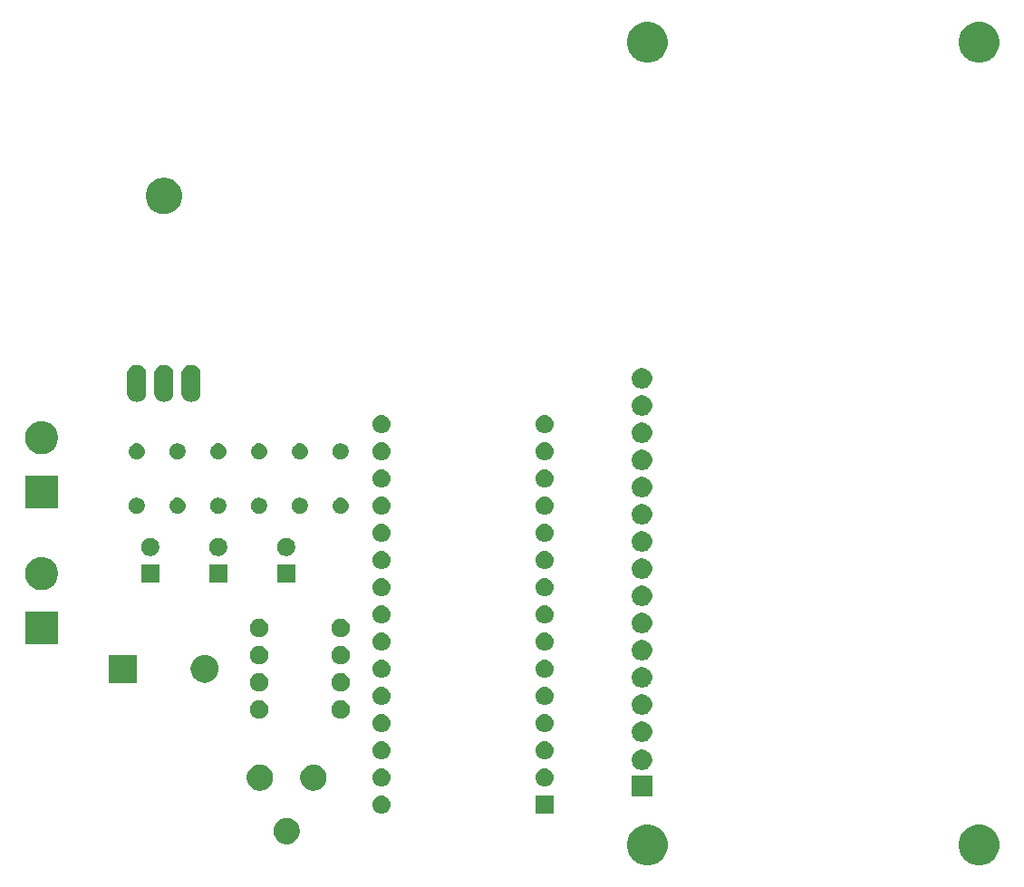
<source format=gts>
G04 #@! TF.GenerationSoftware,KiCad,Pcbnew,(5.1.2)-2*
G04 #@! TF.CreationDate,2019-09-02T15:00:53-07:00*
G04 #@! TF.ProjectId,watt meter,77617474-206d-4657-9465-722e6b696361,rev?*
G04 #@! TF.SameCoordinates,Original*
G04 #@! TF.FileFunction,Soldermask,Top*
G04 #@! TF.FilePolarity,Negative*
%FSLAX46Y46*%
G04 Gerber Fmt 4.6, Leading zero omitted, Abs format (unit mm)*
G04 Created by KiCad (PCBNEW (5.1.2)-2) date 2019-09-02 15:00:53*
%MOMM*%
%LPD*%
G04 APERTURE LIST*
%ADD10C,0.100000*%
G04 APERTURE END LIST*
D10*
G36*
X156726834Y-114954361D02*
G01*
X157074249Y-115098265D01*
X157074251Y-115098266D01*
X157386917Y-115307183D01*
X157652817Y-115573083D01*
X157861734Y-115885749D01*
X157861735Y-115885751D01*
X158005639Y-116233166D01*
X158079000Y-116601979D01*
X158079000Y-116978021D01*
X158005639Y-117346834D01*
X157861735Y-117694249D01*
X157861734Y-117694251D01*
X157652817Y-118006917D01*
X157386917Y-118272817D01*
X157074251Y-118481734D01*
X157074250Y-118481735D01*
X157074249Y-118481735D01*
X156726834Y-118625639D01*
X156358021Y-118699000D01*
X155981979Y-118699000D01*
X155613166Y-118625639D01*
X155265751Y-118481735D01*
X155265750Y-118481735D01*
X155265749Y-118481734D01*
X154953083Y-118272817D01*
X154687183Y-118006917D01*
X154478266Y-117694251D01*
X154478265Y-117694249D01*
X154334361Y-117346834D01*
X154261000Y-116978021D01*
X154261000Y-116601979D01*
X154334361Y-116233166D01*
X154478265Y-115885751D01*
X154478266Y-115885749D01*
X154687183Y-115573083D01*
X154953083Y-115307183D01*
X155265749Y-115098266D01*
X155265751Y-115098265D01*
X155613166Y-114954361D01*
X155981979Y-114881000D01*
X156358021Y-114881000D01*
X156726834Y-114954361D01*
X156726834Y-114954361D01*
G37*
G36*
X125726834Y-114954361D02*
G01*
X126074249Y-115098265D01*
X126074251Y-115098266D01*
X126386917Y-115307183D01*
X126652817Y-115573083D01*
X126861734Y-115885749D01*
X126861735Y-115885751D01*
X127005639Y-116233166D01*
X127079000Y-116601979D01*
X127079000Y-116978021D01*
X127005639Y-117346834D01*
X126861735Y-117694249D01*
X126861734Y-117694251D01*
X126652817Y-118006917D01*
X126386917Y-118272817D01*
X126074251Y-118481734D01*
X126074250Y-118481735D01*
X126074249Y-118481735D01*
X125726834Y-118625639D01*
X125358021Y-118699000D01*
X124981979Y-118699000D01*
X124613166Y-118625639D01*
X124265751Y-118481735D01*
X124265750Y-118481735D01*
X124265749Y-118481734D01*
X123953083Y-118272817D01*
X123687183Y-118006917D01*
X123478266Y-117694251D01*
X123478265Y-117694249D01*
X123334361Y-117346834D01*
X123261000Y-116978021D01*
X123261000Y-116601979D01*
X123334361Y-116233166D01*
X123478265Y-115885751D01*
X123478266Y-115885749D01*
X123687183Y-115573083D01*
X123953083Y-115307183D01*
X124265749Y-115098266D01*
X124265751Y-115098265D01*
X124613166Y-114954361D01*
X124981979Y-114881000D01*
X125358021Y-114881000D01*
X125726834Y-114954361D01*
X125726834Y-114954361D01*
G37*
G36*
X91718205Y-114292461D02*
G01*
X91836153Y-114315922D01*
X91928194Y-114354047D01*
X92058359Y-114407963D01*
X92258342Y-114541587D01*
X92428413Y-114711658D01*
X92562037Y-114911641D01*
X92615953Y-115041806D01*
X92654078Y-115133847D01*
X92701000Y-115369742D01*
X92701000Y-115610258D01*
X92654078Y-115846153D01*
X92637676Y-115885751D01*
X92562037Y-116068359D01*
X92428413Y-116268342D01*
X92258342Y-116438413D01*
X92058359Y-116572037D01*
X91928194Y-116625953D01*
X91836153Y-116664078D01*
X91600259Y-116711000D01*
X91359741Y-116711000D01*
X91123847Y-116664078D01*
X91031806Y-116625953D01*
X90901641Y-116572037D01*
X90701658Y-116438413D01*
X90531587Y-116268342D01*
X90397963Y-116068359D01*
X90322324Y-115885751D01*
X90305922Y-115846153D01*
X90259000Y-115610258D01*
X90259000Y-115369742D01*
X90305922Y-115133847D01*
X90344047Y-115041806D01*
X90397963Y-114911641D01*
X90531587Y-114711658D01*
X90701658Y-114541587D01*
X90901641Y-114407963D01*
X91031806Y-114354047D01*
X91123847Y-114315922D01*
X91241795Y-114292461D01*
X91359741Y-114269000D01*
X91600259Y-114269000D01*
X91718205Y-114292461D01*
X91718205Y-114292461D01*
G37*
G36*
X116421000Y-113881000D02*
G01*
X114719000Y-113881000D01*
X114719000Y-112179000D01*
X116421000Y-112179000D01*
X116421000Y-113881000D01*
X116421000Y-113881000D01*
G37*
G36*
X100496823Y-112191313D02*
G01*
X100657242Y-112239976D01*
X100789906Y-112310886D01*
X100805078Y-112318996D01*
X100934659Y-112425341D01*
X101041004Y-112554922D01*
X101041005Y-112554924D01*
X101120024Y-112702758D01*
X101168687Y-112863177D01*
X101185117Y-113030000D01*
X101168687Y-113196823D01*
X101120024Y-113357242D01*
X101049114Y-113489906D01*
X101041004Y-113505078D01*
X100934659Y-113634659D01*
X100805078Y-113741004D01*
X100805076Y-113741005D01*
X100657242Y-113820024D01*
X100496823Y-113868687D01*
X100371804Y-113881000D01*
X100288196Y-113881000D01*
X100163177Y-113868687D01*
X100002758Y-113820024D01*
X99854924Y-113741005D01*
X99854922Y-113741004D01*
X99725341Y-113634659D01*
X99618996Y-113505078D01*
X99610886Y-113489906D01*
X99539976Y-113357242D01*
X99491313Y-113196823D01*
X99474883Y-113030000D01*
X99491313Y-112863177D01*
X99539976Y-112702758D01*
X99618995Y-112554924D01*
X99618996Y-112554922D01*
X99725341Y-112425341D01*
X99854922Y-112318996D01*
X99870094Y-112310886D01*
X100002758Y-112239976D01*
X100163177Y-112191313D01*
X100288196Y-112179000D01*
X100371804Y-112179000D01*
X100496823Y-112191313D01*
X100496823Y-112191313D01*
G37*
G36*
X125621000Y-112241000D02*
G01*
X123719000Y-112241000D01*
X123719000Y-110339000D01*
X125621000Y-110339000D01*
X125621000Y-112241000D01*
X125621000Y-112241000D01*
G37*
G36*
X94208176Y-109290466D02*
G01*
X94336153Y-109315922D01*
X94428194Y-109354047D01*
X94558359Y-109407963D01*
X94758342Y-109541587D01*
X94928413Y-109711658D01*
X95062037Y-109911641D01*
X95154078Y-110133848D01*
X95201000Y-110369741D01*
X95201000Y-110610259D01*
X95154078Y-110846152D01*
X95062037Y-111068359D01*
X94928413Y-111268342D01*
X94758342Y-111438413D01*
X94558359Y-111572037D01*
X94428194Y-111625953D01*
X94336153Y-111664078D01*
X94218205Y-111687539D01*
X94100259Y-111711000D01*
X93859741Y-111711000D01*
X93741795Y-111687539D01*
X93623847Y-111664078D01*
X93531806Y-111625953D01*
X93401641Y-111572037D01*
X93201658Y-111438413D01*
X93031587Y-111268342D01*
X92897963Y-111068359D01*
X92805922Y-110846152D01*
X92759000Y-110610259D01*
X92759000Y-110369741D01*
X92805922Y-110133848D01*
X92897963Y-109911641D01*
X93031587Y-109711658D01*
X93201658Y-109541587D01*
X93401641Y-109407963D01*
X93531806Y-109354047D01*
X93623847Y-109315922D01*
X93751824Y-109290466D01*
X93859741Y-109269000D01*
X94100259Y-109269000D01*
X94208176Y-109290466D01*
X94208176Y-109290466D01*
G37*
G36*
X89208176Y-109290466D02*
G01*
X89336153Y-109315922D01*
X89428194Y-109354047D01*
X89558359Y-109407963D01*
X89758342Y-109541587D01*
X89928413Y-109711658D01*
X90062037Y-109911641D01*
X90154078Y-110133848D01*
X90201000Y-110369741D01*
X90201000Y-110610259D01*
X90154078Y-110846152D01*
X90062037Y-111068359D01*
X89928413Y-111268342D01*
X89758342Y-111438413D01*
X89558359Y-111572037D01*
X89428194Y-111625953D01*
X89336153Y-111664078D01*
X89218205Y-111687539D01*
X89100259Y-111711000D01*
X88859741Y-111711000D01*
X88741795Y-111687539D01*
X88623847Y-111664078D01*
X88531806Y-111625953D01*
X88401641Y-111572037D01*
X88201658Y-111438413D01*
X88031587Y-111268342D01*
X87897963Y-111068359D01*
X87805922Y-110846152D01*
X87759000Y-110610259D01*
X87759000Y-110369741D01*
X87805922Y-110133848D01*
X87897963Y-109911641D01*
X88031587Y-109711658D01*
X88201658Y-109541587D01*
X88401641Y-109407963D01*
X88531806Y-109354047D01*
X88623847Y-109315922D01*
X88751824Y-109290466D01*
X88859741Y-109269000D01*
X89100259Y-109269000D01*
X89208176Y-109290466D01*
X89208176Y-109290466D01*
G37*
G36*
X100496823Y-109651313D02*
G01*
X100657242Y-109699976D01*
X100679097Y-109711658D01*
X100805078Y-109778996D01*
X100934659Y-109885341D01*
X101041004Y-110014922D01*
X101041005Y-110014924D01*
X101120024Y-110162758D01*
X101168687Y-110323177D01*
X101185117Y-110490000D01*
X101168687Y-110656823D01*
X101120024Y-110817242D01*
X101049114Y-110949906D01*
X101041004Y-110965078D01*
X100934659Y-111094659D01*
X100805078Y-111201004D01*
X100805076Y-111201005D01*
X100657242Y-111280024D01*
X100496823Y-111328687D01*
X100371804Y-111341000D01*
X100288196Y-111341000D01*
X100163177Y-111328687D01*
X100002758Y-111280024D01*
X99854924Y-111201005D01*
X99854922Y-111201004D01*
X99725341Y-111094659D01*
X99618996Y-110965078D01*
X99610886Y-110949906D01*
X99539976Y-110817242D01*
X99491313Y-110656823D01*
X99474883Y-110490000D01*
X99491313Y-110323177D01*
X99539976Y-110162758D01*
X99618995Y-110014924D01*
X99618996Y-110014922D01*
X99725341Y-109885341D01*
X99854922Y-109778996D01*
X99980903Y-109711658D01*
X100002758Y-109699976D01*
X100163177Y-109651313D01*
X100288196Y-109639000D01*
X100371804Y-109639000D01*
X100496823Y-109651313D01*
X100496823Y-109651313D01*
G37*
G36*
X115736823Y-109651313D02*
G01*
X115897242Y-109699976D01*
X115919097Y-109711658D01*
X116045078Y-109778996D01*
X116174659Y-109885341D01*
X116281004Y-110014922D01*
X116281005Y-110014924D01*
X116360024Y-110162758D01*
X116408687Y-110323177D01*
X116425117Y-110490000D01*
X116408687Y-110656823D01*
X116360024Y-110817242D01*
X116289114Y-110949906D01*
X116281004Y-110965078D01*
X116174659Y-111094659D01*
X116045078Y-111201004D01*
X116045076Y-111201005D01*
X115897242Y-111280024D01*
X115736823Y-111328687D01*
X115611804Y-111341000D01*
X115528196Y-111341000D01*
X115403177Y-111328687D01*
X115242758Y-111280024D01*
X115094924Y-111201005D01*
X115094922Y-111201004D01*
X114965341Y-111094659D01*
X114858996Y-110965078D01*
X114850886Y-110949906D01*
X114779976Y-110817242D01*
X114731313Y-110656823D01*
X114714883Y-110490000D01*
X114731313Y-110323177D01*
X114779976Y-110162758D01*
X114858995Y-110014924D01*
X114858996Y-110014922D01*
X114965341Y-109885341D01*
X115094922Y-109778996D01*
X115220903Y-109711658D01*
X115242758Y-109699976D01*
X115403177Y-109651313D01*
X115528196Y-109639000D01*
X115611804Y-109639000D01*
X115736823Y-109651313D01*
X115736823Y-109651313D01*
G37*
G36*
X124947395Y-107925546D02*
G01*
X125120466Y-107997234D01*
X125120467Y-107997235D01*
X125276227Y-108101310D01*
X125408690Y-108233773D01*
X125408691Y-108233775D01*
X125512766Y-108389534D01*
X125584454Y-108562605D01*
X125621000Y-108746333D01*
X125621000Y-108933667D01*
X125584454Y-109117395D01*
X125512766Y-109290466D01*
X125512765Y-109290467D01*
X125408690Y-109446227D01*
X125276227Y-109578690D01*
X125197818Y-109631081D01*
X125120466Y-109682766D01*
X124947395Y-109754454D01*
X124763667Y-109791000D01*
X124576333Y-109791000D01*
X124392605Y-109754454D01*
X124219534Y-109682766D01*
X124142182Y-109631081D01*
X124063773Y-109578690D01*
X123931310Y-109446227D01*
X123827235Y-109290467D01*
X123827234Y-109290466D01*
X123755546Y-109117395D01*
X123719000Y-108933667D01*
X123719000Y-108746333D01*
X123755546Y-108562605D01*
X123827234Y-108389534D01*
X123931309Y-108233775D01*
X123931310Y-108233773D01*
X124063773Y-108101310D01*
X124219533Y-107997235D01*
X124219534Y-107997234D01*
X124392605Y-107925546D01*
X124576333Y-107889000D01*
X124763667Y-107889000D01*
X124947395Y-107925546D01*
X124947395Y-107925546D01*
G37*
G36*
X115736823Y-107111313D02*
G01*
X115897242Y-107159976D01*
X116029906Y-107230886D01*
X116045078Y-107238996D01*
X116174659Y-107345341D01*
X116281004Y-107474922D01*
X116281005Y-107474924D01*
X116360024Y-107622758D01*
X116408687Y-107783177D01*
X116425117Y-107950000D01*
X116408687Y-108116823D01*
X116360024Y-108277242D01*
X116300003Y-108389533D01*
X116281004Y-108425078D01*
X116174659Y-108554659D01*
X116045078Y-108661004D01*
X116045076Y-108661005D01*
X115897242Y-108740024D01*
X115736823Y-108788687D01*
X115611804Y-108801000D01*
X115528196Y-108801000D01*
X115403177Y-108788687D01*
X115242758Y-108740024D01*
X115094924Y-108661005D01*
X115094922Y-108661004D01*
X114965341Y-108554659D01*
X114858996Y-108425078D01*
X114839997Y-108389533D01*
X114779976Y-108277242D01*
X114731313Y-108116823D01*
X114714883Y-107950000D01*
X114731313Y-107783177D01*
X114779976Y-107622758D01*
X114858995Y-107474924D01*
X114858996Y-107474922D01*
X114965341Y-107345341D01*
X115094922Y-107238996D01*
X115110094Y-107230886D01*
X115242758Y-107159976D01*
X115403177Y-107111313D01*
X115528196Y-107099000D01*
X115611804Y-107099000D01*
X115736823Y-107111313D01*
X115736823Y-107111313D01*
G37*
G36*
X100496823Y-107111313D02*
G01*
X100657242Y-107159976D01*
X100789906Y-107230886D01*
X100805078Y-107238996D01*
X100934659Y-107345341D01*
X101041004Y-107474922D01*
X101041005Y-107474924D01*
X101120024Y-107622758D01*
X101168687Y-107783177D01*
X101185117Y-107950000D01*
X101168687Y-108116823D01*
X101120024Y-108277242D01*
X101060003Y-108389533D01*
X101041004Y-108425078D01*
X100934659Y-108554659D01*
X100805078Y-108661004D01*
X100805076Y-108661005D01*
X100657242Y-108740024D01*
X100496823Y-108788687D01*
X100371804Y-108801000D01*
X100288196Y-108801000D01*
X100163177Y-108788687D01*
X100002758Y-108740024D01*
X99854924Y-108661005D01*
X99854922Y-108661004D01*
X99725341Y-108554659D01*
X99618996Y-108425078D01*
X99599997Y-108389533D01*
X99539976Y-108277242D01*
X99491313Y-108116823D01*
X99474883Y-107950000D01*
X99491313Y-107783177D01*
X99539976Y-107622758D01*
X99618995Y-107474924D01*
X99618996Y-107474922D01*
X99725341Y-107345341D01*
X99854922Y-107238996D01*
X99870094Y-107230886D01*
X100002758Y-107159976D01*
X100163177Y-107111313D01*
X100288196Y-107099000D01*
X100371804Y-107099000D01*
X100496823Y-107111313D01*
X100496823Y-107111313D01*
G37*
G36*
X124947395Y-105295546D02*
G01*
X125120466Y-105367234D01*
X125120467Y-105367235D01*
X125276227Y-105471310D01*
X125408690Y-105603773D01*
X125408691Y-105603775D01*
X125512766Y-105759534D01*
X125584454Y-105932605D01*
X125621000Y-106116333D01*
X125621000Y-106303667D01*
X125584454Y-106487395D01*
X125512766Y-106660466D01*
X125512765Y-106660467D01*
X125408690Y-106816227D01*
X125276227Y-106948690D01*
X125197818Y-107001081D01*
X125120466Y-107052766D01*
X124947395Y-107124454D01*
X124763667Y-107161000D01*
X124576333Y-107161000D01*
X124392605Y-107124454D01*
X124219534Y-107052766D01*
X124142182Y-107001081D01*
X124063773Y-106948690D01*
X123931310Y-106816227D01*
X123827235Y-106660467D01*
X123827234Y-106660466D01*
X123755546Y-106487395D01*
X123719000Y-106303667D01*
X123719000Y-106116333D01*
X123755546Y-105932605D01*
X123827234Y-105759534D01*
X123931309Y-105603775D01*
X123931310Y-105603773D01*
X124063773Y-105471310D01*
X124219533Y-105367235D01*
X124219534Y-105367234D01*
X124392605Y-105295546D01*
X124576333Y-105259000D01*
X124763667Y-105259000D01*
X124947395Y-105295546D01*
X124947395Y-105295546D01*
G37*
G36*
X115736823Y-104571313D02*
G01*
X115897242Y-104619976D01*
X116029441Y-104690638D01*
X116045078Y-104698996D01*
X116174659Y-104805341D01*
X116281004Y-104934922D01*
X116281005Y-104934924D01*
X116360024Y-105082758D01*
X116408687Y-105243177D01*
X116425117Y-105410000D01*
X116408687Y-105576823D01*
X116360024Y-105737242D01*
X116289114Y-105869906D01*
X116281004Y-105885078D01*
X116174659Y-106014659D01*
X116045078Y-106121004D01*
X116045076Y-106121005D01*
X115897242Y-106200024D01*
X115736823Y-106248687D01*
X115611804Y-106261000D01*
X115528196Y-106261000D01*
X115403177Y-106248687D01*
X115242758Y-106200024D01*
X115094924Y-106121005D01*
X115094922Y-106121004D01*
X114965341Y-106014659D01*
X114858996Y-105885078D01*
X114850886Y-105869906D01*
X114779976Y-105737242D01*
X114731313Y-105576823D01*
X114714883Y-105410000D01*
X114731313Y-105243177D01*
X114779976Y-105082758D01*
X114858995Y-104934924D01*
X114858996Y-104934922D01*
X114965341Y-104805341D01*
X115094922Y-104698996D01*
X115110559Y-104690638D01*
X115242758Y-104619976D01*
X115403177Y-104571313D01*
X115528196Y-104559000D01*
X115611804Y-104559000D01*
X115736823Y-104571313D01*
X115736823Y-104571313D01*
G37*
G36*
X100496823Y-104571313D02*
G01*
X100657242Y-104619976D01*
X100789441Y-104690638D01*
X100805078Y-104698996D01*
X100934659Y-104805341D01*
X101041004Y-104934922D01*
X101041005Y-104934924D01*
X101120024Y-105082758D01*
X101168687Y-105243177D01*
X101185117Y-105410000D01*
X101168687Y-105576823D01*
X101120024Y-105737242D01*
X101049114Y-105869906D01*
X101041004Y-105885078D01*
X100934659Y-106014659D01*
X100805078Y-106121004D01*
X100805076Y-106121005D01*
X100657242Y-106200024D01*
X100496823Y-106248687D01*
X100371804Y-106261000D01*
X100288196Y-106261000D01*
X100163177Y-106248687D01*
X100002758Y-106200024D01*
X99854924Y-106121005D01*
X99854922Y-106121004D01*
X99725341Y-106014659D01*
X99618996Y-105885078D01*
X99610886Y-105869906D01*
X99539976Y-105737242D01*
X99491313Y-105576823D01*
X99474883Y-105410000D01*
X99491313Y-105243177D01*
X99539976Y-105082758D01*
X99618995Y-104934924D01*
X99618996Y-104934922D01*
X99725341Y-104805341D01*
X99854922Y-104698996D01*
X99870559Y-104690638D01*
X100002758Y-104619976D01*
X100163177Y-104571313D01*
X100288196Y-104559000D01*
X100371804Y-104559000D01*
X100496823Y-104571313D01*
X100496823Y-104571313D01*
G37*
G36*
X96688519Y-103292797D02*
G01*
X96771961Y-103309395D01*
X96929163Y-103374510D01*
X97070641Y-103469042D01*
X97190958Y-103589359D01*
X97285490Y-103730837D01*
X97350605Y-103888039D01*
X97383800Y-104054923D01*
X97383800Y-104225077D01*
X97350605Y-104391961D01*
X97285490Y-104549163D01*
X97190958Y-104690641D01*
X97070641Y-104810958D01*
X96929163Y-104905490D01*
X96771961Y-104970605D01*
X96688519Y-104987202D01*
X96605078Y-105003800D01*
X96434922Y-105003800D01*
X96351481Y-104987203D01*
X96268039Y-104970605D01*
X96110837Y-104905490D01*
X95969359Y-104810958D01*
X95849042Y-104690641D01*
X95754510Y-104549163D01*
X95689395Y-104391961D01*
X95656200Y-104225077D01*
X95656200Y-104054923D01*
X95689395Y-103888039D01*
X95754510Y-103730837D01*
X95849042Y-103589359D01*
X95969359Y-103469042D01*
X96110837Y-103374510D01*
X96268039Y-103309395D01*
X96351481Y-103292797D01*
X96434922Y-103276200D01*
X96605078Y-103276200D01*
X96688519Y-103292797D01*
X96688519Y-103292797D01*
G37*
G36*
X89068519Y-103292797D02*
G01*
X89151961Y-103309395D01*
X89309163Y-103374510D01*
X89450641Y-103469042D01*
X89570958Y-103589359D01*
X89665490Y-103730837D01*
X89730605Y-103888039D01*
X89763800Y-104054923D01*
X89763800Y-104225077D01*
X89730605Y-104391961D01*
X89665490Y-104549163D01*
X89570958Y-104690641D01*
X89450641Y-104810958D01*
X89309163Y-104905490D01*
X89151961Y-104970605D01*
X89068519Y-104987202D01*
X88985078Y-105003800D01*
X88814922Y-105003800D01*
X88731481Y-104987203D01*
X88648039Y-104970605D01*
X88490837Y-104905490D01*
X88349359Y-104810958D01*
X88229042Y-104690641D01*
X88134510Y-104549163D01*
X88069395Y-104391961D01*
X88036200Y-104225077D01*
X88036200Y-104054923D01*
X88069395Y-103888039D01*
X88134510Y-103730837D01*
X88229042Y-103589359D01*
X88349359Y-103469042D01*
X88490837Y-103374510D01*
X88648039Y-103309395D01*
X88731481Y-103292797D01*
X88814922Y-103276200D01*
X88985078Y-103276200D01*
X89068519Y-103292797D01*
X89068519Y-103292797D01*
G37*
G36*
X124947395Y-102755546D02*
G01*
X125120466Y-102827234D01*
X125120467Y-102827235D01*
X125276227Y-102931310D01*
X125408690Y-103063773D01*
X125408691Y-103063775D01*
X125512766Y-103219534D01*
X125584454Y-103392605D01*
X125621000Y-103576333D01*
X125621000Y-103763667D01*
X125584454Y-103947395D01*
X125512766Y-104120466D01*
X125512765Y-104120467D01*
X125408690Y-104276227D01*
X125276227Y-104408690D01*
X125197818Y-104461081D01*
X125120466Y-104512766D01*
X124947395Y-104584454D01*
X124763667Y-104621000D01*
X124576333Y-104621000D01*
X124392605Y-104584454D01*
X124219534Y-104512766D01*
X124142182Y-104461081D01*
X124063773Y-104408690D01*
X123931310Y-104276227D01*
X123827235Y-104120467D01*
X123827234Y-104120466D01*
X123755546Y-103947395D01*
X123719000Y-103763667D01*
X123719000Y-103576333D01*
X123755546Y-103392605D01*
X123827234Y-103219534D01*
X123931309Y-103063775D01*
X123931310Y-103063773D01*
X124063773Y-102931310D01*
X124219533Y-102827235D01*
X124219534Y-102827234D01*
X124392605Y-102755546D01*
X124576333Y-102719000D01*
X124763667Y-102719000D01*
X124947395Y-102755546D01*
X124947395Y-102755546D01*
G37*
G36*
X115736823Y-102031313D02*
G01*
X115897242Y-102079976D01*
X116029441Y-102150638D01*
X116045078Y-102158996D01*
X116174659Y-102265341D01*
X116281004Y-102394922D01*
X116281005Y-102394924D01*
X116360024Y-102542758D01*
X116408687Y-102703177D01*
X116425117Y-102870000D01*
X116408687Y-103036823D01*
X116360024Y-103197242D01*
X116317820Y-103276200D01*
X116281004Y-103345078D01*
X116174659Y-103474659D01*
X116045078Y-103581004D01*
X116045076Y-103581005D01*
X115897242Y-103660024D01*
X115736823Y-103708687D01*
X115611804Y-103721000D01*
X115528196Y-103721000D01*
X115403177Y-103708687D01*
X115242758Y-103660024D01*
X115094924Y-103581005D01*
X115094922Y-103581004D01*
X114965341Y-103474659D01*
X114858996Y-103345078D01*
X114822180Y-103276200D01*
X114779976Y-103197242D01*
X114731313Y-103036823D01*
X114714883Y-102870000D01*
X114731313Y-102703177D01*
X114779976Y-102542758D01*
X114858995Y-102394924D01*
X114858996Y-102394922D01*
X114965341Y-102265341D01*
X115094922Y-102158996D01*
X115110559Y-102150638D01*
X115242758Y-102079976D01*
X115403177Y-102031313D01*
X115528196Y-102019000D01*
X115611804Y-102019000D01*
X115736823Y-102031313D01*
X115736823Y-102031313D01*
G37*
G36*
X100496823Y-102031313D02*
G01*
X100657242Y-102079976D01*
X100789441Y-102150638D01*
X100805078Y-102158996D01*
X100934659Y-102265341D01*
X101041004Y-102394922D01*
X101041005Y-102394924D01*
X101120024Y-102542758D01*
X101168687Y-102703177D01*
X101185117Y-102870000D01*
X101168687Y-103036823D01*
X101120024Y-103197242D01*
X101077820Y-103276200D01*
X101041004Y-103345078D01*
X100934659Y-103474659D01*
X100805078Y-103581004D01*
X100805076Y-103581005D01*
X100657242Y-103660024D01*
X100496823Y-103708687D01*
X100371804Y-103721000D01*
X100288196Y-103721000D01*
X100163177Y-103708687D01*
X100002758Y-103660024D01*
X99854924Y-103581005D01*
X99854922Y-103581004D01*
X99725341Y-103474659D01*
X99618996Y-103345078D01*
X99582180Y-103276200D01*
X99539976Y-103197242D01*
X99491313Y-103036823D01*
X99474883Y-102870000D01*
X99491313Y-102703177D01*
X99539976Y-102542758D01*
X99618995Y-102394924D01*
X99618996Y-102394922D01*
X99725341Y-102265341D01*
X99854922Y-102158996D01*
X99870559Y-102150638D01*
X100002758Y-102079976D01*
X100163177Y-102031313D01*
X100288196Y-102019000D01*
X100371804Y-102019000D01*
X100496823Y-102031313D01*
X100496823Y-102031313D01*
G37*
G36*
X89068519Y-100752798D02*
G01*
X89151961Y-100769395D01*
X89309163Y-100834510D01*
X89450641Y-100929042D01*
X89570958Y-101049359D01*
X89665490Y-101190837D01*
X89730605Y-101348039D01*
X89763800Y-101514923D01*
X89763800Y-101685077D01*
X89730605Y-101851961D01*
X89665490Y-102009163D01*
X89570958Y-102150641D01*
X89450641Y-102270958D01*
X89309163Y-102365490D01*
X89151961Y-102430605D01*
X89068519Y-102447202D01*
X88985078Y-102463800D01*
X88814922Y-102463800D01*
X88731481Y-102447203D01*
X88648039Y-102430605D01*
X88490837Y-102365490D01*
X88349359Y-102270958D01*
X88229042Y-102150641D01*
X88134510Y-102009163D01*
X88069395Y-101851961D01*
X88036200Y-101685077D01*
X88036200Y-101514923D01*
X88069395Y-101348039D01*
X88134510Y-101190837D01*
X88229042Y-101049359D01*
X88349359Y-100929042D01*
X88490837Y-100834510D01*
X88648039Y-100769395D01*
X88731481Y-100752798D01*
X88814922Y-100736200D01*
X88985078Y-100736200D01*
X89068519Y-100752798D01*
X89068519Y-100752798D01*
G37*
G36*
X96688519Y-100752798D02*
G01*
X96771961Y-100769395D01*
X96929163Y-100834510D01*
X97070641Y-100929042D01*
X97190958Y-101049359D01*
X97285490Y-101190837D01*
X97350605Y-101348039D01*
X97383800Y-101514923D01*
X97383800Y-101685077D01*
X97350605Y-101851961D01*
X97285490Y-102009163D01*
X97190958Y-102150641D01*
X97070641Y-102270958D01*
X96929163Y-102365490D01*
X96771961Y-102430605D01*
X96688519Y-102447202D01*
X96605078Y-102463800D01*
X96434922Y-102463800D01*
X96351481Y-102447203D01*
X96268039Y-102430605D01*
X96110837Y-102365490D01*
X95969359Y-102270958D01*
X95849042Y-102150641D01*
X95754510Y-102009163D01*
X95689395Y-101851961D01*
X95656200Y-101685077D01*
X95656200Y-101514923D01*
X95689395Y-101348039D01*
X95754510Y-101190837D01*
X95849042Y-101049359D01*
X95969359Y-100929042D01*
X96110837Y-100834510D01*
X96268039Y-100769395D01*
X96351481Y-100752798D01*
X96434922Y-100736200D01*
X96605078Y-100736200D01*
X96688519Y-100752798D01*
X96688519Y-100752798D01*
G37*
G36*
X124947395Y-100215546D02*
G01*
X125120466Y-100287234D01*
X125120467Y-100287235D01*
X125276227Y-100391310D01*
X125408690Y-100523773D01*
X125408691Y-100523775D01*
X125512766Y-100679534D01*
X125584454Y-100852605D01*
X125621000Y-101036333D01*
X125621000Y-101223667D01*
X125584454Y-101407395D01*
X125512766Y-101580466D01*
X125479000Y-101631000D01*
X125408690Y-101736227D01*
X125276227Y-101868690D01*
X125197818Y-101921081D01*
X125120466Y-101972766D01*
X124947395Y-102044454D01*
X124763667Y-102081000D01*
X124576333Y-102081000D01*
X124392605Y-102044454D01*
X124219534Y-101972766D01*
X124142182Y-101921081D01*
X124063773Y-101868690D01*
X123931310Y-101736227D01*
X123861000Y-101631000D01*
X123827234Y-101580466D01*
X123755546Y-101407395D01*
X123719000Y-101223667D01*
X123719000Y-101036333D01*
X123755546Y-100852605D01*
X123827234Y-100679534D01*
X123931309Y-100523775D01*
X123931310Y-100523773D01*
X124063773Y-100391310D01*
X124219533Y-100287235D01*
X124219534Y-100287234D01*
X124392605Y-100215546D01*
X124576333Y-100179000D01*
X124763667Y-100179000D01*
X124947395Y-100215546D01*
X124947395Y-100215546D01*
G37*
G36*
X83979472Y-99038412D02*
G01*
X84075040Y-99047825D01*
X84320280Y-99122218D01*
X84546294Y-99243025D01*
X84597899Y-99285376D01*
X84744397Y-99405603D01*
X84825520Y-99504453D01*
X84906975Y-99603706D01*
X85027782Y-99829720D01*
X85102175Y-100074960D01*
X85127294Y-100330000D01*
X85102175Y-100585040D01*
X85027782Y-100830280D01*
X84906975Y-101056294D01*
X84864624Y-101107899D01*
X84744397Y-101254397D01*
X84597899Y-101374624D01*
X84546294Y-101416975D01*
X84320280Y-101537782D01*
X84075040Y-101612175D01*
X83979473Y-101621587D01*
X83883906Y-101631000D01*
X83756094Y-101631000D01*
X83660527Y-101621587D01*
X83564960Y-101612175D01*
X83319720Y-101537782D01*
X83093706Y-101416975D01*
X83042101Y-101374624D01*
X82895603Y-101254397D01*
X82775376Y-101107899D01*
X82733025Y-101056294D01*
X82612218Y-100830280D01*
X82537825Y-100585040D01*
X82512706Y-100330000D01*
X82537825Y-100074960D01*
X82612218Y-99829720D01*
X82733025Y-99603706D01*
X82814480Y-99504453D01*
X82895603Y-99405603D01*
X83042101Y-99285376D01*
X83093706Y-99243025D01*
X83319720Y-99122218D01*
X83564960Y-99047825D01*
X83660527Y-99038413D01*
X83756094Y-99029000D01*
X83883906Y-99029000D01*
X83979472Y-99038412D01*
X83979472Y-99038412D01*
G37*
G36*
X77501000Y-101631000D02*
G01*
X74899000Y-101631000D01*
X74899000Y-99029000D01*
X77501000Y-99029000D01*
X77501000Y-101631000D01*
X77501000Y-101631000D01*
G37*
G36*
X115736823Y-99491313D02*
G01*
X115897242Y-99539976D01*
X116016472Y-99603706D01*
X116045078Y-99618996D01*
X116174659Y-99725341D01*
X116281004Y-99854922D01*
X116281005Y-99854924D01*
X116360024Y-100002758D01*
X116408687Y-100163177D01*
X116425117Y-100330000D01*
X116408687Y-100496823D01*
X116360024Y-100657242D01*
X116317820Y-100736200D01*
X116281004Y-100805078D01*
X116174659Y-100934659D01*
X116045078Y-101041004D01*
X116045076Y-101041005D01*
X115897242Y-101120024D01*
X115736823Y-101168687D01*
X115611804Y-101181000D01*
X115528196Y-101181000D01*
X115403177Y-101168687D01*
X115242758Y-101120024D01*
X115094924Y-101041005D01*
X115094922Y-101041004D01*
X114965341Y-100934659D01*
X114858996Y-100805078D01*
X114822180Y-100736200D01*
X114779976Y-100657242D01*
X114731313Y-100496823D01*
X114714883Y-100330000D01*
X114731313Y-100163177D01*
X114779976Y-100002758D01*
X114858995Y-99854924D01*
X114858996Y-99854922D01*
X114965341Y-99725341D01*
X115094922Y-99618996D01*
X115123528Y-99603706D01*
X115242758Y-99539976D01*
X115403177Y-99491313D01*
X115528196Y-99479000D01*
X115611804Y-99479000D01*
X115736823Y-99491313D01*
X115736823Y-99491313D01*
G37*
G36*
X100496823Y-99491313D02*
G01*
X100657242Y-99539976D01*
X100776472Y-99603706D01*
X100805078Y-99618996D01*
X100934659Y-99725341D01*
X101041004Y-99854922D01*
X101041005Y-99854924D01*
X101120024Y-100002758D01*
X101168687Y-100163177D01*
X101185117Y-100330000D01*
X101168687Y-100496823D01*
X101120024Y-100657242D01*
X101077820Y-100736200D01*
X101041004Y-100805078D01*
X100934659Y-100934659D01*
X100805078Y-101041004D01*
X100805076Y-101041005D01*
X100657242Y-101120024D01*
X100496823Y-101168687D01*
X100371804Y-101181000D01*
X100288196Y-101181000D01*
X100163177Y-101168687D01*
X100002758Y-101120024D01*
X99854924Y-101041005D01*
X99854922Y-101041004D01*
X99725341Y-100934659D01*
X99618996Y-100805078D01*
X99582180Y-100736200D01*
X99539976Y-100657242D01*
X99491313Y-100496823D01*
X99474883Y-100330000D01*
X99491313Y-100163177D01*
X99539976Y-100002758D01*
X99618995Y-99854924D01*
X99618996Y-99854922D01*
X99725341Y-99725341D01*
X99854922Y-99618996D01*
X99883528Y-99603706D01*
X100002758Y-99539976D01*
X100163177Y-99491313D01*
X100288196Y-99479000D01*
X100371804Y-99479000D01*
X100496823Y-99491313D01*
X100496823Y-99491313D01*
G37*
G36*
X96688519Y-98212797D02*
G01*
X96771961Y-98229395D01*
X96929163Y-98294510D01*
X97070641Y-98389042D01*
X97190958Y-98509359D01*
X97285490Y-98650837D01*
X97350605Y-98808039D01*
X97383800Y-98974923D01*
X97383800Y-99145077D01*
X97350605Y-99311961D01*
X97285490Y-99469163D01*
X97190958Y-99610641D01*
X97070641Y-99730958D01*
X96929163Y-99825490D01*
X96771961Y-99890605D01*
X96688519Y-99907202D01*
X96605078Y-99923800D01*
X96434922Y-99923800D01*
X96351481Y-99907202D01*
X96268039Y-99890605D01*
X96110837Y-99825490D01*
X95969359Y-99730958D01*
X95849042Y-99610641D01*
X95754510Y-99469163D01*
X95689395Y-99311961D01*
X95656200Y-99145077D01*
X95656200Y-98974923D01*
X95689395Y-98808039D01*
X95754510Y-98650837D01*
X95849042Y-98509359D01*
X95969359Y-98389042D01*
X96110837Y-98294510D01*
X96268039Y-98229395D01*
X96351481Y-98212798D01*
X96434922Y-98196200D01*
X96605078Y-98196200D01*
X96688519Y-98212797D01*
X96688519Y-98212797D01*
G37*
G36*
X89068519Y-98212797D02*
G01*
X89151961Y-98229395D01*
X89309163Y-98294510D01*
X89450641Y-98389042D01*
X89570958Y-98509359D01*
X89665490Y-98650837D01*
X89730605Y-98808039D01*
X89763800Y-98974923D01*
X89763800Y-99145077D01*
X89730605Y-99311961D01*
X89665490Y-99469163D01*
X89570958Y-99610641D01*
X89450641Y-99730958D01*
X89309163Y-99825490D01*
X89151961Y-99890605D01*
X89068519Y-99907202D01*
X88985078Y-99923800D01*
X88814922Y-99923800D01*
X88731481Y-99907202D01*
X88648039Y-99890605D01*
X88490837Y-99825490D01*
X88349359Y-99730958D01*
X88229042Y-99610641D01*
X88134510Y-99469163D01*
X88069395Y-99311961D01*
X88036200Y-99145077D01*
X88036200Y-98974923D01*
X88069395Y-98808039D01*
X88134510Y-98650837D01*
X88229042Y-98509359D01*
X88349359Y-98389042D01*
X88490837Y-98294510D01*
X88648039Y-98229395D01*
X88731481Y-98212798D01*
X88814922Y-98196200D01*
X88985078Y-98196200D01*
X89068519Y-98212797D01*
X89068519Y-98212797D01*
G37*
G36*
X124947395Y-97675546D02*
G01*
X125120466Y-97747234D01*
X125120467Y-97747235D01*
X125276227Y-97851310D01*
X125408690Y-97983773D01*
X125408691Y-97983775D01*
X125512766Y-98139534D01*
X125584454Y-98312605D01*
X125621000Y-98496333D01*
X125621000Y-98683667D01*
X125584454Y-98867395D01*
X125512766Y-99040466D01*
X125512765Y-99040467D01*
X125408690Y-99196227D01*
X125276227Y-99328690D01*
X125197818Y-99381081D01*
X125120466Y-99432766D01*
X124947395Y-99504454D01*
X124763667Y-99541000D01*
X124576333Y-99541000D01*
X124392605Y-99504454D01*
X124219534Y-99432766D01*
X124142182Y-99381081D01*
X124063773Y-99328690D01*
X123931310Y-99196227D01*
X123827235Y-99040467D01*
X123827234Y-99040466D01*
X123755546Y-98867395D01*
X123719000Y-98683667D01*
X123719000Y-98496333D01*
X123755546Y-98312605D01*
X123827234Y-98139534D01*
X123931309Y-97983775D01*
X123931310Y-97983773D01*
X124063773Y-97851310D01*
X124219533Y-97747235D01*
X124219534Y-97747234D01*
X124392605Y-97675546D01*
X124576333Y-97639000D01*
X124763667Y-97639000D01*
X124947395Y-97675546D01*
X124947395Y-97675546D01*
G37*
G36*
X115736823Y-96951313D02*
G01*
X115897242Y-96999976D01*
X116029441Y-97070638D01*
X116045078Y-97078996D01*
X116174659Y-97185341D01*
X116281004Y-97314922D01*
X116281005Y-97314924D01*
X116360024Y-97462758D01*
X116408687Y-97623177D01*
X116425117Y-97790000D01*
X116408687Y-97956823D01*
X116360024Y-98117242D01*
X116317820Y-98196200D01*
X116281004Y-98265078D01*
X116174659Y-98394659D01*
X116045078Y-98501004D01*
X116045076Y-98501005D01*
X115897242Y-98580024D01*
X115736823Y-98628687D01*
X115611804Y-98641000D01*
X115528196Y-98641000D01*
X115403177Y-98628687D01*
X115242758Y-98580024D01*
X115094924Y-98501005D01*
X115094922Y-98501004D01*
X114965341Y-98394659D01*
X114858996Y-98265078D01*
X114822180Y-98196200D01*
X114779976Y-98117242D01*
X114731313Y-97956823D01*
X114714883Y-97790000D01*
X114731313Y-97623177D01*
X114779976Y-97462758D01*
X114858995Y-97314924D01*
X114858996Y-97314922D01*
X114965341Y-97185341D01*
X115094922Y-97078996D01*
X115110559Y-97070638D01*
X115242758Y-96999976D01*
X115403177Y-96951313D01*
X115528196Y-96939000D01*
X115611804Y-96939000D01*
X115736823Y-96951313D01*
X115736823Y-96951313D01*
G37*
G36*
X100496823Y-96951313D02*
G01*
X100657242Y-96999976D01*
X100789441Y-97070638D01*
X100805078Y-97078996D01*
X100934659Y-97185341D01*
X101041004Y-97314922D01*
X101041005Y-97314924D01*
X101120024Y-97462758D01*
X101168687Y-97623177D01*
X101185117Y-97790000D01*
X101168687Y-97956823D01*
X101120024Y-98117242D01*
X101077820Y-98196200D01*
X101041004Y-98265078D01*
X100934659Y-98394659D01*
X100805078Y-98501004D01*
X100805076Y-98501005D01*
X100657242Y-98580024D01*
X100496823Y-98628687D01*
X100371804Y-98641000D01*
X100288196Y-98641000D01*
X100163177Y-98628687D01*
X100002758Y-98580024D01*
X99854924Y-98501005D01*
X99854922Y-98501004D01*
X99725341Y-98394659D01*
X99618996Y-98265078D01*
X99582180Y-98196200D01*
X99539976Y-98117242D01*
X99491313Y-97956823D01*
X99474883Y-97790000D01*
X99491313Y-97623177D01*
X99539976Y-97462758D01*
X99618995Y-97314924D01*
X99618996Y-97314922D01*
X99725341Y-97185341D01*
X99854922Y-97078996D01*
X99870559Y-97070638D01*
X100002758Y-96999976D01*
X100163177Y-96951313D01*
X100288196Y-96939000D01*
X100371804Y-96939000D01*
X100496823Y-96951313D01*
X100496823Y-96951313D01*
G37*
G36*
X70131000Y-98071000D02*
G01*
X67029000Y-98071000D01*
X67029000Y-94969000D01*
X70131000Y-94969000D01*
X70131000Y-98071000D01*
X70131000Y-98071000D01*
G37*
G36*
X89068519Y-95672797D02*
G01*
X89151961Y-95689395D01*
X89309163Y-95754510D01*
X89450641Y-95849042D01*
X89570958Y-95969359D01*
X89665490Y-96110837D01*
X89730605Y-96268039D01*
X89763800Y-96434923D01*
X89763800Y-96605077D01*
X89730605Y-96771961D01*
X89665490Y-96929163D01*
X89570958Y-97070641D01*
X89450641Y-97190958D01*
X89309163Y-97285490D01*
X89151961Y-97350605D01*
X89068519Y-97367203D01*
X88985078Y-97383800D01*
X88814922Y-97383800D01*
X88731481Y-97367202D01*
X88648039Y-97350605D01*
X88490837Y-97285490D01*
X88349359Y-97190958D01*
X88229042Y-97070641D01*
X88134510Y-96929163D01*
X88069395Y-96771961D01*
X88036200Y-96605077D01*
X88036200Y-96434923D01*
X88069395Y-96268039D01*
X88134510Y-96110837D01*
X88229042Y-95969359D01*
X88349359Y-95849042D01*
X88490837Y-95754510D01*
X88648039Y-95689395D01*
X88731481Y-95672797D01*
X88814922Y-95656200D01*
X88985078Y-95656200D01*
X89068519Y-95672797D01*
X89068519Y-95672797D01*
G37*
G36*
X96688519Y-95672797D02*
G01*
X96771961Y-95689395D01*
X96929163Y-95754510D01*
X97070641Y-95849042D01*
X97190958Y-95969359D01*
X97285490Y-96110837D01*
X97350605Y-96268039D01*
X97383800Y-96434923D01*
X97383800Y-96605077D01*
X97350605Y-96771961D01*
X97285490Y-96929163D01*
X97190958Y-97070641D01*
X97070641Y-97190958D01*
X96929163Y-97285490D01*
X96771961Y-97350605D01*
X96688519Y-97367203D01*
X96605078Y-97383800D01*
X96434922Y-97383800D01*
X96351481Y-97367202D01*
X96268039Y-97350605D01*
X96110837Y-97285490D01*
X95969359Y-97190958D01*
X95849042Y-97070641D01*
X95754510Y-96929163D01*
X95689395Y-96771961D01*
X95656200Y-96605077D01*
X95656200Y-96434923D01*
X95689395Y-96268039D01*
X95754510Y-96110837D01*
X95849042Y-95969359D01*
X95969359Y-95849042D01*
X96110837Y-95754510D01*
X96268039Y-95689395D01*
X96351481Y-95672797D01*
X96434922Y-95656200D01*
X96605078Y-95656200D01*
X96688519Y-95672797D01*
X96688519Y-95672797D01*
G37*
G36*
X124947395Y-95135546D02*
G01*
X125120466Y-95207234D01*
X125120467Y-95207235D01*
X125276227Y-95311310D01*
X125408690Y-95443773D01*
X125408691Y-95443775D01*
X125512766Y-95599534D01*
X125584454Y-95772605D01*
X125621000Y-95956333D01*
X125621000Y-96143667D01*
X125584454Y-96327395D01*
X125512766Y-96500466D01*
X125512765Y-96500467D01*
X125408690Y-96656227D01*
X125276227Y-96788690D01*
X125197818Y-96841081D01*
X125120466Y-96892766D01*
X124947395Y-96964454D01*
X124763667Y-97001000D01*
X124576333Y-97001000D01*
X124392605Y-96964454D01*
X124219534Y-96892766D01*
X124142182Y-96841081D01*
X124063773Y-96788690D01*
X123931310Y-96656227D01*
X123827235Y-96500467D01*
X123827234Y-96500466D01*
X123755546Y-96327395D01*
X123719000Y-96143667D01*
X123719000Y-95956333D01*
X123755546Y-95772605D01*
X123827234Y-95599534D01*
X123931309Y-95443775D01*
X123931310Y-95443773D01*
X124063773Y-95311310D01*
X124219533Y-95207235D01*
X124219534Y-95207234D01*
X124392605Y-95135546D01*
X124576333Y-95099000D01*
X124763667Y-95099000D01*
X124947395Y-95135546D01*
X124947395Y-95135546D01*
G37*
G36*
X115736823Y-94411313D02*
G01*
X115897242Y-94459976D01*
X116029906Y-94530886D01*
X116045078Y-94538996D01*
X116174659Y-94645341D01*
X116281004Y-94774922D01*
X116281005Y-94774924D01*
X116360024Y-94922758D01*
X116408687Y-95083177D01*
X116425117Y-95250000D01*
X116408687Y-95416823D01*
X116360024Y-95577242D01*
X116317820Y-95656200D01*
X116281004Y-95725078D01*
X116174659Y-95854659D01*
X116045078Y-95961004D01*
X116045076Y-95961005D01*
X115897242Y-96040024D01*
X115736823Y-96088687D01*
X115611804Y-96101000D01*
X115528196Y-96101000D01*
X115403177Y-96088687D01*
X115242758Y-96040024D01*
X115094924Y-95961005D01*
X115094922Y-95961004D01*
X114965341Y-95854659D01*
X114858996Y-95725078D01*
X114822180Y-95656200D01*
X114779976Y-95577242D01*
X114731313Y-95416823D01*
X114714883Y-95250000D01*
X114731313Y-95083177D01*
X114779976Y-94922758D01*
X114858995Y-94774924D01*
X114858996Y-94774922D01*
X114965341Y-94645341D01*
X115094922Y-94538996D01*
X115110094Y-94530886D01*
X115242758Y-94459976D01*
X115403177Y-94411313D01*
X115528196Y-94399000D01*
X115611804Y-94399000D01*
X115736823Y-94411313D01*
X115736823Y-94411313D01*
G37*
G36*
X100496823Y-94411313D02*
G01*
X100657242Y-94459976D01*
X100789906Y-94530886D01*
X100805078Y-94538996D01*
X100934659Y-94645341D01*
X101041004Y-94774922D01*
X101041005Y-94774924D01*
X101120024Y-94922758D01*
X101168687Y-95083177D01*
X101185117Y-95250000D01*
X101168687Y-95416823D01*
X101120024Y-95577242D01*
X101077820Y-95656200D01*
X101041004Y-95725078D01*
X100934659Y-95854659D01*
X100805078Y-95961004D01*
X100805076Y-95961005D01*
X100657242Y-96040024D01*
X100496823Y-96088687D01*
X100371804Y-96101000D01*
X100288196Y-96101000D01*
X100163177Y-96088687D01*
X100002758Y-96040024D01*
X99854924Y-95961005D01*
X99854922Y-95961004D01*
X99725341Y-95854659D01*
X99618996Y-95725078D01*
X99582180Y-95656200D01*
X99539976Y-95577242D01*
X99491313Y-95416823D01*
X99474883Y-95250000D01*
X99491313Y-95083177D01*
X99539976Y-94922758D01*
X99618995Y-94774924D01*
X99618996Y-94774922D01*
X99725341Y-94645341D01*
X99854922Y-94538996D01*
X99870094Y-94530886D01*
X100002758Y-94459976D01*
X100163177Y-94411313D01*
X100288196Y-94399000D01*
X100371804Y-94399000D01*
X100496823Y-94411313D01*
X100496823Y-94411313D01*
G37*
G36*
X124947395Y-92595546D02*
G01*
X125120466Y-92667234D01*
X125120467Y-92667235D01*
X125276227Y-92771310D01*
X125408690Y-92903773D01*
X125408691Y-92903775D01*
X125512766Y-93059534D01*
X125584454Y-93232605D01*
X125621000Y-93416333D01*
X125621000Y-93603667D01*
X125584454Y-93787395D01*
X125512766Y-93960466D01*
X125512765Y-93960467D01*
X125408690Y-94116227D01*
X125276227Y-94248690D01*
X125197818Y-94301081D01*
X125120466Y-94352766D01*
X124947395Y-94424454D01*
X124763667Y-94461000D01*
X124576333Y-94461000D01*
X124392605Y-94424454D01*
X124219534Y-94352766D01*
X124142182Y-94301081D01*
X124063773Y-94248690D01*
X123931310Y-94116227D01*
X123827235Y-93960467D01*
X123827234Y-93960466D01*
X123755546Y-93787395D01*
X123719000Y-93603667D01*
X123719000Y-93416333D01*
X123755546Y-93232605D01*
X123827234Y-93059534D01*
X123931309Y-92903775D01*
X123931310Y-92903773D01*
X124063773Y-92771310D01*
X124219533Y-92667235D01*
X124219534Y-92667234D01*
X124392605Y-92595546D01*
X124576333Y-92559000D01*
X124763667Y-92559000D01*
X124947395Y-92595546D01*
X124947395Y-92595546D01*
G37*
G36*
X115736823Y-91871313D02*
G01*
X115897242Y-91919976D01*
X116029906Y-91990886D01*
X116045078Y-91998996D01*
X116174659Y-92105341D01*
X116281004Y-92234922D01*
X116281005Y-92234924D01*
X116360024Y-92382758D01*
X116408687Y-92543177D01*
X116425117Y-92710000D01*
X116408687Y-92876823D01*
X116360024Y-93037242D01*
X116289114Y-93169906D01*
X116281004Y-93185078D01*
X116174659Y-93314659D01*
X116045078Y-93421004D01*
X116045076Y-93421005D01*
X115897242Y-93500024D01*
X115736823Y-93548687D01*
X115611804Y-93561000D01*
X115528196Y-93561000D01*
X115403177Y-93548687D01*
X115242758Y-93500024D01*
X115094924Y-93421005D01*
X115094922Y-93421004D01*
X114965341Y-93314659D01*
X114858996Y-93185078D01*
X114850886Y-93169906D01*
X114779976Y-93037242D01*
X114731313Y-92876823D01*
X114714883Y-92710000D01*
X114731313Y-92543177D01*
X114779976Y-92382758D01*
X114858995Y-92234924D01*
X114858996Y-92234922D01*
X114965341Y-92105341D01*
X115094922Y-91998996D01*
X115110094Y-91990886D01*
X115242758Y-91919976D01*
X115403177Y-91871313D01*
X115528196Y-91859000D01*
X115611804Y-91859000D01*
X115736823Y-91871313D01*
X115736823Y-91871313D01*
G37*
G36*
X100496823Y-91871313D02*
G01*
X100657242Y-91919976D01*
X100789906Y-91990886D01*
X100805078Y-91998996D01*
X100934659Y-92105341D01*
X101041004Y-92234922D01*
X101041005Y-92234924D01*
X101120024Y-92382758D01*
X101168687Y-92543177D01*
X101185117Y-92710000D01*
X101168687Y-92876823D01*
X101120024Y-93037242D01*
X101049114Y-93169906D01*
X101041004Y-93185078D01*
X100934659Y-93314659D01*
X100805078Y-93421004D01*
X100805076Y-93421005D01*
X100657242Y-93500024D01*
X100496823Y-93548687D01*
X100371804Y-93561000D01*
X100288196Y-93561000D01*
X100163177Y-93548687D01*
X100002758Y-93500024D01*
X99854924Y-93421005D01*
X99854922Y-93421004D01*
X99725341Y-93314659D01*
X99618996Y-93185078D01*
X99610886Y-93169906D01*
X99539976Y-93037242D01*
X99491313Y-92876823D01*
X99474883Y-92710000D01*
X99491313Y-92543177D01*
X99539976Y-92382758D01*
X99618995Y-92234924D01*
X99618996Y-92234922D01*
X99725341Y-92105341D01*
X99854922Y-91998996D01*
X99870094Y-91990886D01*
X100002758Y-91919976D01*
X100163177Y-91871313D01*
X100288196Y-91859000D01*
X100371804Y-91859000D01*
X100496823Y-91871313D01*
X100496823Y-91871313D01*
G37*
G36*
X68882585Y-89918802D02*
G01*
X69032410Y-89948604D01*
X69314674Y-90065521D01*
X69568705Y-90235259D01*
X69784741Y-90451295D01*
X69954479Y-90705326D01*
X70071396Y-90987590D01*
X70131000Y-91287240D01*
X70131000Y-91592760D01*
X70071396Y-91892410D01*
X69954479Y-92174674D01*
X69784741Y-92428705D01*
X69568705Y-92644741D01*
X69314674Y-92814479D01*
X69032410Y-92931396D01*
X68882585Y-92961198D01*
X68732761Y-92991000D01*
X68427239Y-92991000D01*
X68277415Y-92961198D01*
X68127590Y-92931396D01*
X67845326Y-92814479D01*
X67591295Y-92644741D01*
X67375259Y-92428705D01*
X67205521Y-92174674D01*
X67088604Y-91892410D01*
X67029000Y-91592760D01*
X67029000Y-91287240D01*
X67088604Y-90987590D01*
X67205521Y-90705326D01*
X67375259Y-90451295D01*
X67591295Y-90235259D01*
X67845326Y-90065521D01*
X68127590Y-89948604D01*
X68277415Y-89918802D01*
X68427239Y-89889000D01*
X68732761Y-89889000D01*
X68882585Y-89918802D01*
X68882585Y-89918802D01*
G37*
G36*
X92291000Y-92291000D02*
G01*
X90589000Y-92291000D01*
X90589000Y-90589000D01*
X92291000Y-90589000D01*
X92291000Y-92291000D01*
X92291000Y-92291000D01*
G37*
G36*
X85941000Y-92291000D02*
G01*
X84239000Y-92291000D01*
X84239000Y-90589000D01*
X85941000Y-90589000D01*
X85941000Y-92291000D01*
X85941000Y-92291000D01*
G37*
G36*
X79591000Y-92291000D02*
G01*
X77889000Y-92291000D01*
X77889000Y-90589000D01*
X79591000Y-90589000D01*
X79591000Y-92291000D01*
X79591000Y-92291000D01*
G37*
G36*
X124947395Y-90055546D02*
G01*
X125120466Y-90127234D01*
X125120467Y-90127235D01*
X125276227Y-90231310D01*
X125408690Y-90363773D01*
X125408691Y-90363775D01*
X125512766Y-90519534D01*
X125584454Y-90692605D01*
X125621000Y-90876333D01*
X125621000Y-91063667D01*
X125584454Y-91247395D01*
X125512766Y-91420466D01*
X125512765Y-91420467D01*
X125408690Y-91576227D01*
X125276227Y-91708690D01*
X125197818Y-91761081D01*
X125120466Y-91812766D01*
X124947395Y-91884454D01*
X124763667Y-91921000D01*
X124576333Y-91921000D01*
X124392605Y-91884454D01*
X124219534Y-91812766D01*
X124142182Y-91761081D01*
X124063773Y-91708690D01*
X123931310Y-91576227D01*
X123827235Y-91420467D01*
X123827234Y-91420466D01*
X123755546Y-91247395D01*
X123719000Y-91063667D01*
X123719000Y-90876333D01*
X123755546Y-90692605D01*
X123827234Y-90519534D01*
X123931309Y-90363775D01*
X123931310Y-90363773D01*
X124063773Y-90231310D01*
X124219533Y-90127235D01*
X124219534Y-90127234D01*
X124392605Y-90055546D01*
X124576333Y-90019000D01*
X124763667Y-90019000D01*
X124947395Y-90055546D01*
X124947395Y-90055546D01*
G37*
G36*
X100496823Y-89331313D02*
G01*
X100657242Y-89379976D01*
X100789906Y-89450886D01*
X100805078Y-89458996D01*
X100934659Y-89565341D01*
X101041004Y-89694922D01*
X101041005Y-89694924D01*
X101120024Y-89842758D01*
X101168687Y-90003177D01*
X101185117Y-90170000D01*
X101168687Y-90336823D01*
X101120024Y-90497242D01*
X101070978Y-90589000D01*
X101041004Y-90645078D01*
X100934659Y-90774659D01*
X100805078Y-90881004D01*
X100805076Y-90881005D01*
X100657242Y-90960024D01*
X100496823Y-91008687D01*
X100371804Y-91021000D01*
X100288196Y-91021000D01*
X100163177Y-91008687D01*
X100002758Y-90960024D01*
X99854924Y-90881005D01*
X99854922Y-90881004D01*
X99725341Y-90774659D01*
X99618996Y-90645078D01*
X99589022Y-90589000D01*
X99539976Y-90497242D01*
X99491313Y-90336823D01*
X99474883Y-90170000D01*
X99491313Y-90003177D01*
X99539976Y-89842758D01*
X99618995Y-89694924D01*
X99618996Y-89694922D01*
X99725341Y-89565341D01*
X99854922Y-89458996D01*
X99870094Y-89450886D01*
X100002758Y-89379976D01*
X100163177Y-89331313D01*
X100288196Y-89319000D01*
X100371804Y-89319000D01*
X100496823Y-89331313D01*
X100496823Y-89331313D01*
G37*
G36*
X115736823Y-89331313D02*
G01*
X115897242Y-89379976D01*
X116029906Y-89450886D01*
X116045078Y-89458996D01*
X116174659Y-89565341D01*
X116281004Y-89694922D01*
X116281005Y-89694924D01*
X116360024Y-89842758D01*
X116408687Y-90003177D01*
X116425117Y-90170000D01*
X116408687Y-90336823D01*
X116360024Y-90497242D01*
X116310978Y-90589000D01*
X116281004Y-90645078D01*
X116174659Y-90774659D01*
X116045078Y-90881004D01*
X116045076Y-90881005D01*
X115897242Y-90960024D01*
X115736823Y-91008687D01*
X115611804Y-91021000D01*
X115528196Y-91021000D01*
X115403177Y-91008687D01*
X115242758Y-90960024D01*
X115094924Y-90881005D01*
X115094922Y-90881004D01*
X114965341Y-90774659D01*
X114858996Y-90645078D01*
X114829022Y-90589000D01*
X114779976Y-90497242D01*
X114731313Y-90336823D01*
X114714883Y-90170000D01*
X114731313Y-90003177D01*
X114779976Y-89842758D01*
X114858995Y-89694924D01*
X114858996Y-89694922D01*
X114965341Y-89565341D01*
X115094922Y-89458996D01*
X115110094Y-89450886D01*
X115242758Y-89379976D01*
X115403177Y-89331313D01*
X115528196Y-89319000D01*
X115611804Y-89319000D01*
X115736823Y-89331313D01*
X115736823Y-89331313D01*
G37*
G36*
X85338228Y-88121703D02*
G01*
X85493100Y-88185853D01*
X85632481Y-88278985D01*
X85751015Y-88397519D01*
X85844147Y-88536900D01*
X85908297Y-88691772D01*
X85941000Y-88856184D01*
X85941000Y-89023816D01*
X85908297Y-89188228D01*
X85844147Y-89343100D01*
X85751015Y-89482481D01*
X85632481Y-89601015D01*
X85493100Y-89694147D01*
X85338228Y-89758297D01*
X85173816Y-89791000D01*
X85006184Y-89791000D01*
X84841772Y-89758297D01*
X84686900Y-89694147D01*
X84547519Y-89601015D01*
X84428985Y-89482481D01*
X84335853Y-89343100D01*
X84271703Y-89188228D01*
X84239000Y-89023816D01*
X84239000Y-88856184D01*
X84271703Y-88691772D01*
X84335853Y-88536900D01*
X84428985Y-88397519D01*
X84547519Y-88278985D01*
X84686900Y-88185853D01*
X84841772Y-88121703D01*
X85006184Y-88089000D01*
X85173816Y-88089000D01*
X85338228Y-88121703D01*
X85338228Y-88121703D01*
G37*
G36*
X91688228Y-88121703D02*
G01*
X91843100Y-88185853D01*
X91982481Y-88278985D01*
X92101015Y-88397519D01*
X92194147Y-88536900D01*
X92258297Y-88691772D01*
X92291000Y-88856184D01*
X92291000Y-89023816D01*
X92258297Y-89188228D01*
X92194147Y-89343100D01*
X92101015Y-89482481D01*
X91982481Y-89601015D01*
X91843100Y-89694147D01*
X91688228Y-89758297D01*
X91523816Y-89791000D01*
X91356184Y-89791000D01*
X91191772Y-89758297D01*
X91036900Y-89694147D01*
X90897519Y-89601015D01*
X90778985Y-89482481D01*
X90685853Y-89343100D01*
X90621703Y-89188228D01*
X90589000Y-89023816D01*
X90589000Y-88856184D01*
X90621703Y-88691772D01*
X90685853Y-88536900D01*
X90778985Y-88397519D01*
X90897519Y-88278985D01*
X91036900Y-88185853D01*
X91191772Y-88121703D01*
X91356184Y-88089000D01*
X91523816Y-88089000D01*
X91688228Y-88121703D01*
X91688228Y-88121703D01*
G37*
G36*
X78988228Y-88121703D02*
G01*
X79143100Y-88185853D01*
X79282481Y-88278985D01*
X79401015Y-88397519D01*
X79494147Y-88536900D01*
X79558297Y-88691772D01*
X79591000Y-88856184D01*
X79591000Y-89023816D01*
X79558297Y-89188228D01*
X79494147Y-89343100D01*
X79401015Y-89482481D01*
X79282481Y-89601015D01*
X79143100Y-89694147D01*
X78988228Y-89758297D01*
X78823816Y-89791000D01*
X78656184Y-89791000D01*
X78491772Y-89758297D01*
X78336900Y-89694147D01*
X78197519Y-89601015D01*
X78078985Y-89482481D01*
X77985853Y-89343100D01*
X77921703Y-89188228D01*
X77889000Y-89023816D01*
X77889000Y-88856184D01*
X77921703Y-88691772D01*
X77985853Y-88536900D01*
X78078985Y-88397519D01*
X78197519Y-88278985D01*
X78336900Y-88185853D01*
X78491772Y-88121703D01*
X78656184Y-88089000D01*
X78823816Y-88089000D01*
X78988228Y-88121703D01*
X78988228Y-88121703D01*
G37*
G36*
X124947395Y-87515546D02*
G01*
X125120466Y-87587234D01*
X125120467Y-87587235D01*
X125276227Y-87691310D01*
X125408690Y-87823773D01*
X125408691Y-87823775D01*
X125512766Y-87979534D01*
X125584454Y-88152605D01*
X125621000Y-88336333D01*
X125621000Y-88523667D01*
X125584454Y-88707395D01*
X125512766Y-88880466D01*
X125512765Y-88880467D01*
X125408690Y-89036227D01*
X125276227Y-89168690D01*
X125197818Y-89221081D01*
X125120466Y-89272766D01*
X124947395Y-89344454D01*
X124763667Y-89381000D01*
X124576333Y-89381000D01*
X124392605Y-89344454D01*
X124219534Y-89272766D01*
X124142182Y-89221081D01*
X124063773Y-89168690D01*
X123931310Y-89036227D01*
X123827235Y-88880467D01*
X123827234Y-88880466D01*
X123755546Y-88707395D01*
X123719000Y-88523667D01*
X123719000Y-88336333D01*
X123755546Y-88152605D01*
X123827234Y-87979534D01*
X123931309Y-87823775D01*
X123931310Y-87823773D01*
X124063773Y-87691310D01*
X124219533Y-87587235D01*
X124219534Y-87587234D01*
X124392605Y-87515546D01*
X124576333Y-87479000D01*
X124763667Y-87479000D01*
X124947395Y-87515546D01*
X124947395Y-87515546D01*
G37*
G36*
X115736823Y-86791313D02*
G01*
X115897242Y-86839976D01*
X116029906Y-86910886D01*
X116045078Y-86918996D01*
X116174659Y-87025341D01*
X116281004Y-87154922D01*
X116281005Y-87154924D01*
X116360024Y-87302758D01*
X116408687Y-87463177D01*
X116425117Y-87630000D01*
X116408687Y-87796823D01*
X116360024Y-87957242D01*
X116289598Y-88089000D01*
X116281004Y-88105078D01*
X116174659Y-88234659D01*
X116045078Y-88341004D01*
X116045076Y-88341005D01*
X115897242Y-88420024D01*
X115736823Y-88468687D01*
X115611804Y-88481000D01*
X115528196Y-88481000D01*
X115403177Y-88468687D01*
X115242758Y-88420024D01*
X115094924Y-88341005D01*
X115094922Y-88341004D01*
X114965341Y-88234659D01*
X114858996Y-88105078D01*
X114850402Y-88089000D01*
X114779976Y-87957242D01*
X114731313Y-87796823D01*
X114714883Y-87630000D01*
X114731313Y-87463177D01*
X114779976Y-87302758D01*
X114858995Y-87154924D01*
X114858996Y-87154922D01*
X114965341Y-87025341D01*
X115094922Y-86918996D01*
X115110094Y-86910886D01*
X115242758Y-86839976D01*
X115403177Y-86791313D01*
X115528196Y-86779000D01*
X115611804Y-86779000D01*
X115736823Y-86791313D01*
X115736823Y-86791313D01*
G37*
G36*
X100496823Y-86791313D02*
G01*
X100657242Y-86839976D01*
X100789906Y-86910886D01*
X100805078Y-86918996D01*
X100934659Y-87025341D01*
X101041004Y-87154922D01*
X101041005Y-87154924D01*
X101120024Y-87302758D01*
X101168687Y-87463177D01*
X101185117Y-87630000D01*
X101168687Y-87796823D01*
X101120024Y-87957242D01*
X101049598Y-88089000D01*
X101041004Y-88105078D01*
X100934659Y-88234659D01*
X100805078Y-88341004D01*
X100805076Y-88341005D01*
X100657242Y-88420024D01*
X100496823Y-88468687D01*
X100371804Y-88481000D01*
X100288196Y-88481000D01*
X100163177Y-88468687D01*
X100002758Y-88420024D01*
X99854924Y-88341005D01*
X99854922Y-88341004D01*
X99725341Y-88234659D01*
X99618996Y-88105078D01*
X99610402Y-88089000D01*
X99539976Y-87957242D01*
X99491313Y-87796823D01*
X99474883Y-87630000D01*
X99491313Y-87463177D01*
X99539976Y-87302758D01*
X99618995Y-87154924D01*
X99618996Y-87154922D01*
X99725341Y-87025341D01*
X99854922Y-86918996D01*
X99870094Y-86910886D01*
X100002758Y-86839976D01*
X100163177Y-86791313D01*
X100288196Y-86779000D01*
X100371804Y-86779000D01*
X100496823Y-86791313D01*
X100496823Y-86791313D01*
G37*
G36*
X124947395Y-84975546D02*
G01*
X125120466Y-85047234D01*
X125120467Y-85047235D01*
X125276227Y-85151310D01*
X125408690Y-85283773D01*
X125408691Y-85283775D01*
X125512766Y-85439534D01*
X125584454Y-85612605D01*
X125621000Y-85796333D01*
X125621000Y-85983667D01*
X125584454Y-86167395D01*
X125512766Y-86340466D01*
X125512765Y-86340467D01*
X125408690Y-86496227D01*
X125276227Y-86628690D01*
X125197818Y-86681081D01*
X125120466Y-86732766D01*
X124947395Y-86804454D01*
X124763667Y-86841000D01*
X124576333Y-86841000D01*
X124392605Y-86804454D01*
X124219534Y-86732766D01*
X124142182Y-86681081D01*
X124063773Y-86628690D01*
X123931310Y-86496227D01*
X123827235Y-86340467D01*
X123827234Y-86340466D01*
X123755546Y-86167395D01*
X123719000Y-85983667D01*
X123719000Y-85796333D01*
X123755546Y-85612605D01*
X123827234Y-85439534D01*
X123931309Y-85283775D01*
X123931310Y-85283773D01*
X124063773Y-85151310D01*
X124219533Y-85047235D01*
X124219534Y-85047234D01*
X124392605Y-84975546D01*
X124576333Y-84939000D01*
X124763667Y-84939000D01*
X124947395Y-84975546D01*
X124947395Y-84975546D01*
G37*
G36*
X100496823Y-84251313D02*
G01*
X100657242Y-84299976D01*
X100750581Y-84349867D01*
X100805078Y-84378996D01*
X100934659Y-84485341D01*
X101041004Y-84614922D01*
X101041005Y-84614924D01*
X101120024Y-84762758D01*
X101168687Y-84923177D01*
X101185117Y-85090000D01*
X101168687Y-85256823D01*
X101120024Y-85417242D01*
X101049114Y-85549906D01*
X101041004Y-85565078D01*
X100934659Y-85694659D01*
X100805078Y-85801004D01*
X100805076Y-85801005D01*
X100657242Y-85880024D01*
X100496823Y-85928687D01*
X100371804Y-85941000D01*
X100288196Y-85941000D01*
X100163177Y-85928687D01*
X100002758Y-85880024D01*
X99854924Y-85801005D01*
X99854922Y-85801004D01*
X99725341Y-85694659D01*
X99618996Y-85565078D01*
X99610886Y-85549906D01*
X99539976Y-85417242D01*
X99491313Y-85256823D01*
X99474883Y-85090000D01*
X99491313Y-84923177D01*
X99539976Y-84762758D01*
X99618995Y-84614924D01*
X99618996Y-84614922D01*
X99725341Y-84485341D01*
X99854922Y-84378996D01*
X99909419Y-84349867D01*
X100002758Y-84299976D01*
X100163177Y-84251313D01*
X100288196Y-84239000D01*
X100371804Y-84239000D01*
X100496823Y-84251313D01*
X100496823Y-84251313D01*
G37*
G36*
X115736823Y-84251313D02*
G01*
X115897242Y-84299976D01*
X115990581Y-84349867D01*
X116045078Y-84378996D01*
X116174659Y-84485341D01*
X116281004Y-84614922D01*
X116281005Y-84614924D01*
X116360024Y-84762758D01*
X116408687Y-84923177D01*
X116425117Y-85090000D01*
X116408687Y-85256823D01*
X116360024Y-85417242D01*
X116289114Y-85549906D01*
X116281004Y-85565078D01*
X116174659Y-85694659D01*
X116045078Y-85801004D01*
X116045076Y-85801005D01*
X115897242Y-85880024D01*
X115736823Y-85928687D01*
X115611804Y-85941000D01*
X115528196Y-85941000D01*
X115403177Y-85928687D01*
X115242758Y-85880024D01*
X115094924Y-85801005D01*
X115094922Y-85801004D01*
X114965341Y-85694659D01*
X114858996Y-85565078D01*
X114850886Y-85549906D01*
X114779976Y-85417242D01*
X114731313Y-85256823D01*
X114714883Y-85090000D01*
X114731313Y-84923177D01*
X114779976Y-84762758D01*
X114858995Y-84614924D01*
X114858996Y-84614922D01*
X114965341Y-84485341D01*
X115094922Y-84378996D01*
X115149419Y-84349867D01*
X115242758Y-84299976D01*
X115403177Y-84251313D01*
X115528196Y-84239000D01*
X115611804Y-84239000D01*
X115736823Y-84251313D01*
X115736823Y-84251313D01*
G37*
G36*
X85309059Y-84367860D02*
G01*
X85369294Y-84392810D01*
X85445732Y-84424472D01*
X85568735Y-84506660D01*
X85673340Y-84611265D01*
X85755528Y-84734268D01*
X85755529Y-84734270D01*
X85812140Y-84870941D01*
X85825678Y-84939000D01*
X85841000Y-85016033D01*
X85841000Y-85163967D01*
X85812140Y-85309059D01*
X85755528Y-85445732D01*
X85673340Y-85568735D01*
X85568735Y-85673340D01*
X85445732Y-85755528D01*
X85445731Y-85755529D01*
X85445730Y-85755529D01*
X85309059Y-85812140D01*
X85163968Y-85841000D01*
X85016032Y-85841000D01*
X84870941Y-85812140D01*
X84734270Y-85755529D01*
X84734269Y-85755529D01*
X84734268Y-85755528D01*
X84611265Y-85673340D01*
X84506660Y-85568735D01*
X84424472Y-85445732D01*
X84367860Y-85309059D01*
X84339000Y-85163967D01*
X84339000Y-85016033D01*
X84354323Y-84939000D01*
X84367860Y-84870941D01*
X84424471Y-84734270D01*
X84424472Y-84734268D01*
X84506660Y-84611265D01*
X84611265Y-84506660D01*
X84734268Y-84424472D01*
X84810707Y-84392810D01*
X84870941Y-84367860D01*
X85016032Y-84339000D01*
X85163968Y-84339000D01*
X85309059Y-84367860D01*
X85309059Y-84367860D01*
G37*
G36*
X96593665Y-84342622D02*
G01*
X96667222Y-84349867D01*
X96808786Y-84392810D01*
X96939252Y-84462546D01*
X96967028Y-84485341D01*
X97053607Y-84556393D01*
X97123008Y-84640960D01*
X97147454Y-84670748D01*
X97217190Y-84801214D01*
X97260133Y-84942778D01*
X97274633Y-85090000D01*
X97260133Y-85237222D01*
X97217190Y-85378786D01*
X97147454Y-85509252D01*
X97123008Y-85539040D01*
X97053607Y-85623607D01*
X96993004Y-85673341D01*
X96939252Y-85717454D01*
X96808786Y-85787190D01*
X96667222Y-85830133D01*
X96593665Y-85837378D01*
X96556888Y-85841000D01*
X96483112Y-85841000D01*
X96446335Y-85837378D01*
X96372778Y-85830133D01*
X96231214Y-85787190D01*
X96100748Y-85717454D01*
X96046996Y-85673341D01*
X95986393Y-85623607D01*
X95916992Y-85539040D01*
X95892546Y-85509252D01*
X95822810Y-85378786D01*
X95779867Y-85237222D01*
X95765367Y-85090000D01*
X95779867Y-84942778D01*
X95822810Y-84801214D01*
X95892546Y-84670748D01*
X95916992Y-84640960D01*
X95986393Y-84556393D01*
X96072972Y-84485341D01*
X96100748Y-84462546D01*
X96231214Y-84392810D01*
X96372778Y-84349867D01*
X96446335Y-84342622D01*
X96483112Y-84339000D01*
X96556888Y-84339000D01*
X96593665Y-84342622D01*
X96593665Y-84342622D01*
G37*
G36*
X92929059Y-84367860D02*
G01*
X92989294Y-84392810D01*
X93065732Y-84424472D01*
X93188735Y-84506660D01*
X93293340Y-84611265D01*
X93375528Y-84734268D01*
X93375529Y-84734270D01*
X93432140Y-84870941D01*
X93445678Y-84939000D01*
X93461000Y-85016033D01*
X93461000Y-85163967D01*
X93432140Y-85309059D01*
X93375528Y-85445732D01*
X93293340Y-85568735D01*
X93188735Y-85673340D01*
X93065732Y-85755528D01*
X93065731Y-85755529D01*
X93065730Y-85755529D01*
X92929059Y-85812140D01*
X92783968Y-85841000D01*
X92636032Y-85841000D01*
X92490941Y-85812140D01*
X92354270Y-85755529D01*
X92354269Y-85755529D01*
X92354268Y-85755528D01*
X92231265Y-85673340D01*
X92126660Y-85568735D01*
X92044472Y-85445732D01*
X91987860Y-85309059D01*
X91959000Y-85163967D01*
X91959000Y-85016033D01*
X91974323Y-84939000D01*
X91987860Y-84870941D01*
X92044471Y-84734270D01*
X92044472Y-84734268D01*
X92126660Y-84611265D01*
X92231265Y-84506660D01*
X92354268Y-84424472D01*
X92430707Y-84392810D01*
X92490941Y-84367860D01*
X92636032Y-84339000D01*
X92783968Y-84339000D01*
X92929059Y-84367860D01*
X92929059Y-84367860D01*
G37*
G36*
X77689059Y-84367860D02*
G01*
X77749294Y-84392810D01*
X77825732Y-84424472D01*
X77948735Y-84506660D01*
X78053340Y-84611265D01*
X78135528Y-84734268D01*
X78135529Y-84734270D01*
X78192140Y-84870941D01*
X78205678Y-84939000D01*
X78221000Y-85016033D01*
X78221000Y-85163967D01*
X78192140Y-85309059D01*
X78135528Y-85445732D01*
X78053340Y-85568735D01*
X77948735Y-85673340D01*
X77825732Y-85755528D01*
X77825731Y-85755529D01*
X77825730Y-85755529D01*
X77689059Y-85812140D01*
X77543968Y-85841000D01*
X77396032Y-85841000D01*
X77250941Y-85812140D01*
X77114270Y-85755529D01*
X77114269Y-85755529D01*
X77114268Y-85755528D01*
X76991265Y-85673340D01*
X76886660Y-85568735D01*
X76804472Y-85445732D01*
X76747860Y-85309059D01*
X76719000Y-85163967D01*
X76719000Y-85016033D01*
X76734323Y-84939000D01*
X76747860Y-84870941D01*
X76804471Y-84734270D01*
X76804472Y-84734268D01*
X76886660Y-84611265D01*
X76991265Y-84506660D01*
X77114268Y-84424472D01*
X77190707Y-84392810D01*
X77250941Y-84367860D01*
X77396032Y-84339000D01*
X77543968Y-84339000D01*
X77689059Y-84367860D01*
X77689059Y-84367860D01*
G37*
G36*
X81353665Y-84342622D02*
G01*
X81427222Y-84349867D01*
X81568786Y-84392810D01*
X81699252Y-84462546D01*
X81727028Y-84485341D01*
X81813607Y-84556393D01*
X81883008Y-84640960D01*
X81907454Y-84670748D01*
X81977190Y-84801214D01*
X82020133Y-84942778D01*
X82034633Y-85090000D01*
X82020133Y-85237222D01*
X81977190Y-85378786D01*
X81907454Y-85509252D01*
X81883008Y-85539040D01*
X81813607Y-85623607D01*
X81753004Y-85673341D01*
X81699252Y-85717454D01*
X81568786Y-85787190D01*
X81427222Y-85830133D01*
X81353665Y-85837378D01*
X81316888Y-85841000D01*
X81243112Y-85841000D01*
X81206335Y-85837378D01*
X81132778Y-85830133D01*
X80991214Y-85787190D01*
X80860748Y-85717454D01*
X80806996Y-85673341D01*
X80746393Y-85623607D01*
X80676992Y-85539040D01*
X80652546Y-85509252D01*
X80582810Y-85378786D01*
X80539867Y-85237222D01*
X80525367Y-85090000D01*
X80539867Y-84942778D01*
X80582810Y-84801214D01*
X80652546Y-84670748D01*
X80676992Y-84640960D01*
X80746393Y-84556393D01*
X80832972Y-84485341D01*
X80860748Y-84462546D01*
X80991214Y-84392810D01*
X81132778Y-84349867D01*
X81206335Y-84342622D01*
X81243112Y-84339000D01*
X81316888Y-84339000D01*
X81353665Y-84342622D01*
X81353665Y-84342622D01*
G37*
G36*
X89119059Y-84367860D02*
G01*
X89179294Y-84392810D01*
X89255732Y-84424472D01*
X89378735Y-84506660D01*
X89483340Y-84611265D01*
X89565528Y-84734268D01*
X89565529Y-84734270D01*
X89622140Y-84870941D01*
X89635678Y-84939000D01*
X89651000Y-85016033D01*
X89651000Y-85163967D01*
X89622140Y-85309059D01*
X89565528Y-85445732D01*
X89483340Y-85568735D01*
X89378735Y-85673340D01*
X89255732Y-85755528D01*
X89255731Y-85755529D01*
X89255730Y-85755529D01*
X89119059Y-85812140D01*
X88973968Y-85841000D01*
X88826032Y-85841000D01*
X88680941Y-85812140D01*
X88544270Y-85755529D01*
X88544269Y-85755529D01*
X88544268Y-85755528D01*
X88421265Y-85673340D01*
X88316660Y-85568735D01*
X88234472Y-85445732D01*
X88177860Y-85309059D01*
X88149000Y-85163967D01*
X88149000Y-85016033D01*
X88164323Y-84939000D01*
X88177860Y-84870941D01*
X88234471Y-84734270D01*
X88234472Y-84734268D01*
X88316660Y-84611265D01*
X88421265Y-84506660D01*
X88544268Y-84424472D01*
X88620707Y-84392810D01*
X88680941Y-84367860D01*
X88826032Y-84339000D01*
X88973968Y-84339000D01*
X89119059Y-84367860D01*
X89119059Y-84367860D01*
G37*
G36*
X70131000Y-85371000D02*
G01*
X67029000Y-85371000D01*
X67029000Y-82269000D01*
X70131000Y-82269000D01*
X70131000Y-85371000D01*
X70131000Y-85371000D01*
G37*
G36*
X124947395Y-82435546D02*
G01*
X125120466Y-82507234D01*
X125120467Y-82507235D01*
X125276227Y-82611310D01*
X125408690Y-82743773D01*
X125408691Y-82743775D01*
X125512766Y-82899534D01*
X125584454Y-83072605D01*
X125621000Y-83256333D01*
X125621000Y-83443667D01*
X125584454Y-83627395D01*
X125512766Y-83800466D01*
X125512765Y-83800467D01*
X125408690Y-83956227D01*
X125276227Y-84088690D01*
X125197818Y-84141081D01*
X125120466Y-84192766D01*
X124947395Y-84264454D01*
X124763667Y-84301000D01*
X124576333Y-84301000D01*
X124392605Y-84264454D01*
X124219534Y-84192766D01*
X124142182Y-84141081D01*
X124063773Y-84088690D01*
X123931310Y-83956227D01*
X123827235Y-83800467D01*
X123827234Y-83800466D01*
X123755546Y-83627395D01*
X123719000Y-83443667D01*
X123719000Y-83256333D01*
X123755546Y-83072605D01*
X123827234Y-82899534D01*
X123931309Y-82743775D01*
X123931310Y-82743773D01*
X124063773Y-82611310D01*
X124219533Y-82507235D01*
X124219534Y-82507234D01*
X124392605Y-82435546D01*
X124576333Y-82399000D01*
X124763667Y-82399000D01*
X124947395Y-82435546D01*
X124947395Y-82435546D01*
G37*
G36*
X100496823Y-81711313D02*
G01*
X100657242Y-81759976D01*
X100789906Y-81830886D01*
X100805078Y-81838996D01*
X100934659Y-81945341D01*
X101041004Y-82074922D01*
X101041005Y-82074924D01*
X101120024Y-82222758D01*
X101168687Y-82383177D01*
X101185117Y-82550000D01*
X101168687Y-82716823D01*
X101120024Y-82877242D01*
X101049114Y-83009906D01*
X101041004Y-83025078D01*
X100934659Y-83154659D01*
X100805078Y-83261004D01*
X100805076Y-83261005D01*
X100657242Y-83340024D01*
X100496823Y-83388687D01*
X100371804Y-83401000D01*
X100288196Y-83401000D01*
X100163177Y-83388687D01*
X100002758Y-83340024D01*
X99854924Y-83261005D01*
X99854922Y-83261004D01*
X99725341Y-83154659D01*
X99618996Y-83025078D01*
X99610886Y-83009906D01*
X99539976Y-82877242D01*
X99491313Y-82716823D01*
X99474883Y-82550000D01*
X99491313Y-82383177D01*
X99539976Y-82222758D01*
X99618995Y-82074924D01*
X99618996Y-82074922D01*
X99725341Y-81945341D01*
X99854922Y-81838996D01*
X99870094Y-81830886D01*
X100002758Y-81759976D01*
X100163177Y-81711313D01*
X100288196Y-81699000D01*
X100371804Y-81699000D01*
X100496823Y-81711313D01*
X100496823Y-81711313D01*
G37*
G36*
X115736823Y-81711313D02*
G01*
X115897242Y-81759976D01*
X116029906Y-81830886D01*
X116045078Y-81838996D01*
X116174659Y-81945341D01*
X116281004Y-82074922D01*
X116281005Y-82074924D01*
X116360024Y-82222758D01*
X116408687Y-82383177D01*
X116425117Y-82550000D01*
X116408687Y-82716823D01*
X116360024Y-82877242D01*
X116289114Y-83009906D01*
X116281004Y-83025078D01*
X116174659Y-83154659D01*
X116045078Y-83261004D01*
X116045076Y-83261005D01*
X115897242Y-83340024D01*
X115736823Y-83388687D01*
X115611804Y-83401000D01*
X115528196Y-83401000D01*
X115403177Y-83388687D01*
X115242758Y-83340024D01*
X115094924Y-83261005D01*
X115094922Y-83261004D01*
X114965341Y-83154659D01*
X114858996Y-83025078D01*
X114850886Y-83009906D01*
X114779976Y-82877242D01*
X114731313Y-82716823D01*
X114714883Y-82550000D01*
X114731313Y-82383177D01*
X114779976Y-82222758D01*
X114858995Y-82074924D01*
X114858996Y-82074922D01*
X114965341Y-81945341D01*
X115094922Y-81838996D01*
X115110094Y-81830886D01*
X115242758Y-81759976D01*
X115403177Y-81711313D01*
X115528196Y-81699000D01*
X115611804Y-81699000D01*
X115736823Y-81711313D01*
X115736823Y-81711313D01*
G37*
G36*
X124947395Y-79895546D02*
G01*
X125120466Y-79967234D01*
X125120467Y-79967235D01*
X125276227Y-80071310D01*
X125408690Y-80203773D01*
X125408691Y-80203775D01*
X125512766Y-80359534D01*
X125584454Y-80532605D01*
X125621000Y-80716333D01*
X125621000Y-80903667D01*
X125584454Y-81087395D01*
X125512766Y-81260466D01*
X125512765Y-81260467D01*
X125408690Y-81416227D01*
X125276227Y-81548690D01*
X125197818Y-81601081D01*
X125120466Y-81652766D01*
X124947395Y-81724454D01*
X124763667Y-81761000D01*
X124576333Y-81761000D01*
X124392605Y-81724454D01*
X124219534Y-81652766D01*
X124142182Y-81601081D01*
X124063773Y-81548690D01*
X123931310Y-81416227D01*
X123827235Y-81260467D01*
X123827234Y-81260466D01*
X123755546Y-81087395D01*
X123719000Y-80903667D01*
X123719000Y-80716333D01*
X123755546Y-80532605D01*
X123827234Y-80359534D01*
X123931309Y-80203775D01*
X123931310Y-80203773D01*
X124063773Y-80071310D01*
X124219533Y-79967235D01*
X124219534Y-79967234D01*
X124392605Y-79895546D01*
X124576333Y-79859000D01*
X124763667Y-79859000D01*
X124947395Y-79895546D01*
X124947395Y-79895546D01*
G37*
G36*
X115736823Y-79171313D02*
G01*
X115897242Y-79219976D01*
X115990581Y-79269867D01*
X116045078Y-79298996D01*
X116174659Y-79405341D01*
X116281004Y-79534922D01*
X116281005Y-79534924D01*
X116360024Y-79682758D01*
X116408687Y-79843177D01*
X116425117Y-80010000D01*
X116408687Y-80176823D01*
X116360024Y-80337242D01*
X116289114Y-80469906D01*
X116281004Y-80485078D01*
X116174659Y-80614659D01*
X116045078Y-80721004D01*
X116045076Y-80721005D01*
X115897242Y-80800024D01*
X115736823Y-80848687D01*
X115611804Y-80861000D01*
X115528196Y-80861000D01*
X115403177Y-80848687D01*
X115242758Y-80800024D01*
X115094924Y-80721005D01*
X115094922Y-80721004D01*
X114965341Y-80614659D01*
X114858996Y-80485078D01*
X114850886Y-80469906D01*
X114779976Y-80337242D01*
X114731313Y-80176823D01*
X114714883Y-80010000D01*
X114731313Y-79843177D01*
X114779976Y-79682758D01*
X114858995Y-79534924D01*
X114858996Y-79534922D01*
X114965341Y-79405341D01*
X115094922Y-79298996D01*
X115149419Y-79269867D01*
X115242758Y-79219976D01*
X115403177Y-79171313D01*
X115528196Y-79159000D01*
X115611804Y-79159000D01*
X115736823Y-79171313D01*
X115736823Y-79171313D01*
G37*
G36*
X100496823Y-79171313D02*
G01*
X100657242Y-79219976D01*
X100750581Y-79269867D01*
X100805078Y-79298996D01*
X100934659Y-79405341D01*
X101041004Y-79534922D01*
X101041005Y-79534924D01*
X101120024Y-79682758D01*
X101168687Y-79843177D01*
X101185117Y-80010000D01*
X101168687Y-80176823D01*
X101120024Y-80337242D01*
X101049114Y-80469906D01*
X101041004Y-80485078D01*
X100934659Y-80614659D01*
X100805078Y-80721004D01*
X100805076Y-80721005D01*
X100657242Y-80800024D01*
X100496823Y-80848687D01*
X100371804Y-80861000D01*
X100288196Y-80861000D01*
X100163177Y-80848687D01*
X100002758Y-80800024D01*
X99854924Y-80721005D01*
X99854922Y-80721004D01*
X99725341Y-80614659D01*
X99618996Y-80485078D01*
X99610886Y-80469906D01*
X99539976Y-80337242D01*
X99491313Y-80176823D01*
X99474883Y-80010000D01*
X99491313Y-79843177D01*
X99539976Y-79682758D01*
X99618995Y-79534924D01*
X99618996Y-79534922D01*
X99725341Y-79405341D01*
X99854922Y-79298996D01*
X99909419Y-79269867D01*
X100002758Y-79219976D01*
X100163177Y-79171313D01*
X100288196Y-79159000D01*
X100371804Y-79159000D01*
X100496823Y-79171313D01*
X100496823Y-79171313D01*
G37*
G36*
X81499059Y-79287860D02*
G01*
X81559294Y-79312810D01*
X81635732Y-79344472D01*
X81758735Y-79426660D01*
X81863340Y-79531265D01*
X81945528Y-79654268D01*
X81945529Y-79654270D01*
X82002140Y-79790941D01*
X82015678Y-79859000D01*
X82031000Y-79936033D01*
X82031000Y-80083967D01*
X82002140Y-80229059D01*
X81945528Y-80365732D01*
X81863340Y-80488735D01*
X81758735Y-80593340D01*
X81635732Y-80675528D01*
X81635731Y-80675529D01*
X81635730Y-80675529D01*
X81499059Y-80732140D01*
X81353968Y-80761000D01*
X81206032Y-80761000D01*
X81060941Y-80732140D01*
X80924270Y-80675529D01*
X80924269Y-80675529D01*
X80924268Y-80675528D01*
X80801265Y-80593340D01*
X80696660Y-80488735D01*
X80614472Y-80365732D01*
X80557860Y-80229059D01*
X80529000Y-80083967D01*
X80529000Y-79936033D01*
X80544323Y-79859000D01*
X80557860Y-79790941D01*
X80614471Y-79654270D01*
X80614472Y-79654268D01*
X80696660Y-79531265D01*
X80801265Y-79426660D01*
X80924268Y-79344472D01*
X81000707Y-79312810D01*
X81060941Y-79287860D01*
X81206032Y-79259000D01*
X81353968Y-79259000D01*
X81499059Y-79287860D01*
X81499059Y-79287860D01*
G37*
G36*
X77543665Y-79262622D02*
G01*
X77617222Y-79269867D01*
X77758786Y-79312810D01*
X77889252Y-79382546D01*
X77917028Y-79405341D01*
X78003607Y-79476393D01*
X78073008Y-79560960D01*
X78097454Y-79590748D01*
X78167190Y-79721214D01*
X78210133Y-79862778D01*
X78224633Y-80010000D01*
X78210133Y-80157222D01*
X78167190Y-80298786D01*
X78097454Y-80429252D01*
X78073008Y-80459040D01*
X78003607Y-80543607D01*
X77943004Y-80593341D01*
X77889252Y-80637454D01*
X77758786Y-80707190D01*
X77617222Y-80750133D01*
X77543665Y-80757378D01*
X77506888Y-80761000D01*
X77433112Y-80761000D01*
X77396335Y-80757378D01*
X77322778Y-80750133D01*
X77181214Y-80707190D01*
X77050748Y-80637454D01*
X76996996Y-80593341D01*
X76936393Y-80543607D01*
X76866992Y-80459040D01*
X76842546Y-80429252D01*
X76772810Y-80298786D01*
X76729867Y-80157222D01*
X76715367Y-80010000D01*
X76729867Y-79862778D01*
X76772810Y-79721214D01*
X76842546Y-79590748D01*
X76866992Y-79560960D01*
X76936393Y-79476393D01*
X77022972Y-79405341D01*
X77050748Y-79382546D01*
X77181214Y-79312810D01*
X77322778Y-79269867D01*
X77396335Y-79262622D01*
X77433112Y-79259000D01*
X77506888Y-79259000D01*
X77543665Y-79262622D01*
X77543665Y-79262622D01*
G37*
G36*
X92783665Y-79262622D02*
G01*
X92857222Y-79269867D01*
X92998786Y-79312810D01*
X93129252Y-79382546D01*
X93157028Y-79405341D01*
X93243607Y-79476393D01*
X93313008Y-79560960D01*
X93337454Y-79590748D01*
X93407190Y-79721214D01*
X93450133Y-79862778D01*
X93464633Y-80010000D01*
X93450133Y-80157222D01*
X93407190Y-80298786D01*
X93337454Y-80429252D01*
X93313008Y-80459040D01*
X93243607Y-80543607D01*
X93183004Y-80593341D01*
X93129252Y-80637454D01*
X92998786Y-80707190D01*
X92857222Y-80750133D01*
X92783665Y-80757378D01*
X92746888Y-80761000D01*
X92673112Y-80761000D01*
X92636335Y-80757378D01*
X92562778Y-80750133D01*
X92421214Y-80707190D01*
X92290748Y-80637454D01*
X92236996Y-80593341D01*
X92176393Y-80543607D01*
X92106992Y-80459040D01*
X92082546Y-80429252D01*
X92012810Y-80298786D01*
X91969867Y-80157222D01*
X91955367Y-80010000D01*
X91969867Y-79862778D01*
X92012810Y-79721214D01*
X92082546Y-79590748D01*
X92106992Y-79560960D01*
X92176393Y-79476393D01*
X92262972Y-79405341D01*
X92290748Y-79382546D01*
X92421214Y-79312810D01*
X92562778Y-79269867D01*
X92636335Y-79262622D01*
X92673112Y-79259000D01*
X92746888Y-79259000D01*
X92783665Y-79262622D01*
X92783665Y-79262622D01*
G37*
G36*
X85163665Y-79262622D02*
G01*
X85237222Y-79269867D01*
X85378786Y-79312810D01*
X85509252Y-79382546D01*
X85537028Y-79405341D01*
X85623607Y-79476393D01*
X85693008Y-79560960D01*
X85717454Y-79590748D01*
X85787190Y-79721214D01*
X85830133Y-79862778D01*
X85844633Y-80010000D01*
X85830133Y-80157222D01*
X85787190Y-80298786D01*
X85717454Y-80429252D01*
X85693008Y-80459040D01*
X85623607Y-80543607D01*
X85563004Y-80593341D01*
X85509252Y-80637454D01*
X85378786Y-80707190D01*
X85237222Y-80750133D01*
X85163665Y-80757378D01*
X85126888Y-80761000D01*
X85053112Y-80761000D01*
X85016335Y-80757378D01*
X84942778Y-80750133D01*
X84801214Y-80707190D01*
X84670748Y-80637454D01*
X84616996Y-80593341D01*
X84556393Y-80543607D01*
X84486992Y-80459040D01*
X84462546Y-80429252D01*
X84392810Y-80298786D01*
X84349867Y-80157222D01*
X84335367Y-80010000D01*
X84349867Y-79862778D01*
X84392810Y-79721214D01*
X84462546Y-79590748D01*
X84486992Y-79560960D01*
X84556393Y-79476393D01*
X84642972Y-79405341D01*
X84670748Y-79382546D01*
X84801214Y-79312810D01*
X84942778Y-79269867D01*
X85016335Y-79262622D01*
X85053112Y-79259000D01*
X85126888Y-79259000D01*
X85163665Y-79262622D01*
X85163665Y-79262622D01*
G37*
G36*
X96739059Y-79287860D02*
G01*
X96799294Y-79312810D01*
X96875732Y-79344472D01*
X96998735Y-79426660D01*
X97103340Y-79531265D01*
X97185528Y-79654268D01*
X97185529Y-79654270D01*
X97242140Y-79790941D01*
X97255678Y-79859000D01*
X97271000Y-79936033D01*
X97271000Y-80083967D01*
X97242140Y-80229059D01*
X97185528Y-80365732D01*
X97103340Y-80488735D01*
X96998735Y-80593340D01*
X96875732Y-80675528D01*
X96875731Y-80675529D01*
X96875730Y-80675529D01*
X96739059Y-80732140D01*
X96593968Y-80761000D01*
X96446032Y-80761000D01*
X96300941Y-80732140D01*
X96164270Y-80675529D01*
X96164269Y-80675529D01*
X96164268Y-80675528D01*
X96041265Y-80593340D01*
X95936660Y-80488735D01*
X95854472Y-80365732D01*
X95797860Y-80229059D01*
X95769000Y-80083967D01*
X95769000Y-79936033D01*
X95784323Y-79859000D01*
X95797860Y-79790941D01*
X95854471Y-79654270D01*
X95854472Y-79654268D01*
X95936660Y-79531265D01*
X96041265Y-79426660D01*
X96164268Y-79344472D01*
X96240707Y-79312810D01*
X96300941Y-79287860D01*
X96446032Y-79259000D01*
X96593968Y-79259000D01*
X96739059Y-79287860D01*
X96739059Y-79287860D01*
G37*
G36*
X88973665Y-79262622D02*
G01*
X89047222Y-79269867D01*
X89188786Y-79312810D01*
X89319252Y-79382546D01*
X89347028Y-79405341D01*
X89433607Y-79476393D01*
X89503008Y-79560960D01*
X89527454Y-79590748D01*
X89597190Y-79721214D01*
X89640133Y-79862778D01*
X89654633Y-80010000D01*
X89640133Y-80157222D01*
X89597190Y-80298786D01*
X89527454Y-80429252D01*
X89503008Y-80459040D01*
X89433607Y-80543607D01*
X89373004Y-80593341D01*
X89319252Y-80637454D01*
X89188786Y-80707190D01*
X89047222Y-80750133D01*
X88973665Y-80757378D01*
X88936888Y-80761000D01*
X88863112Y-80761000D01*
X88826335Y-80757378D01*
X88752778Y-80750133D01*
X88611214Y-80707190D01*
X88480748Y-80637454D01*
X88426996Y-80593341D01*
X88366393Y-80543607D01*
X88296992Y-80459040D01*
X88272546Y-80429252D01*
X88202810Y-80298786D01*
X88159867Y-80157222D01*
X88145367Y-80010000D01*
X88159867Y-79862778D01*
X88202810Y-79721214D01*
X88272546Y-79590748D01*
X88296992Y-79560960D01*
X88366393Y-79476393D01*
X88452972Y-79405341D01*
X88480748Y-79382546D01*
X88611214Y-79312810D01*
X88752778Y-79269867D01*
X88826335Y-79262622D01*
X88863112Y-79259000D01*
X88936888Y-79259000D01*
X88973665Y-79262622D01*
X88973665Y-79262622D01*
G37*
G36*
X68882585Y-77218802D02*
G01*
X69032410Y-77248604D01*
X69314674Y-77365521D01*
X69568705Y-77535259D01*
X69784741Y-77751295D01*
X69954479Y-78005326D01*
X70071396Y-78287590D01*
X70131000Y-78587240D01*
X70131000Y-78892760D01*
X70071396Y-79192410D01*
X69954479Y-79474674D01*
X69784741Y-79728705D01*
X69568705Y-79944741D01*
X69314674Y-80114479D01*
X69032410Y-80231396D01*
X68882585Y-80261198D01*
X68732761Y-80291000D01*
X68427239Y-80291000D01*
X68277415Y-80261198D01*
X68127590Y-80231396D01*
X67845326Y-80114479D01*
X67591295Y-79944741D01*
X67375259Y-79728705D01*
X67205521Y-79474674D01*
X67088604Y-79192410D01*
X67029000Y-78892760D01*
X67029000Y-78587240D01*
X67088604Y-78287590D01*
X67205521Y-78005326D01*
X67375259Y-77751295D01*
X67591295Y-77535259D01*
X67845326Y-77365521D01*
X68127590Y-77248604D01*
X68277415Y-77218802D01*
X68427239Y-77189000D01*
X68732761Y-77189000D01*
X68882585Y-77218802D01*
X68882585Y-77218802D01*
G37*
G36*
X124947395Y-77355546D02*
G01*
X125120466Y-77427234D01*
X125120467Y-77427235D01*
X125276227Y-77531310D01*
X125408690Y-77663773D01*
X125408691Y-77663775D01*
X125512766Y-77819534D01*
X125584454Y-77992605D01*
X125621000Y-78176333D01*
X125621000Y-78363667D01*
X125584454Y-78547395D01*
X125512766Y-78720466D01*
X125512765Y-78720467D01*
X125408690Y-78876227D01*
X125276227Y-79008690D01*
X125197818Y-79061081D01*
X125120466Y-79112766D01*
X124947395Y-79184454D01*
X124763667Y-79221000D01*
X124576333Y-79221000D01*
X124392605Y-79184454D01*
X124219534Y-79112766D01*
X124142182Y-79061081D01*
X124063773Y-79008690D01*
X123931310Y-78876227D01*
X123827235Y-78720467D01*
X123827234Y-78720466D01*
X123755546Y-78547395D01*
X123719000Y-78363667D01*
X123719000Y-78176333D01*
X123755546Y-77992605D01*
X123827234Y-77819534D01*
X123931309Y-77663775D01*
X123931310Y-77663773D01*
X124063773Y-77531310D01*
X124219533Y-77427235D01*
X124219534Y-77427234D01*
X124392605Y-77355546D01*
X124576333Y-77319000D01*
X124763667Y-77319000D01*
X124947395Y-77355546D01*
X124947395Y-77355546D01*
G37*
G36*
X100496823Y-76631313D02*
G01*
X100657242Y-76679976D01*
X100789906Y-76750886D01*
X100805078Y-76758996D01*
X100934659Y-76865341D01*
X101041004Y-76994922D01*
X101041005Y-76994924D01*
X101120024Y-77142758D01*
X101168687Y-77303177D01*
X101185117Y-77470000D01*
X101168687Y-77636823D01*
X101120024Y-77797242D01*
X101049114Y-77929906D01*
X101041004Y-77945078D01*
X100934659Y-78074659D01*
X100805078Y-78181004D01*
X100805076Y-78181005D01*
X100657242Y-78260024D01*
X100496823Y-78308687D01*
X100371804Y-78321000D01*
X100288196Y-78321000D01*
X100163177Y-78308687D01*
X100002758Y-78260024D01*
X99854924Y-78181005D01*
X99854922Y-78181004D01*
X99725341Y-78074659D01*
X99618996Y-77945078D01*
X99610886Y-77929906D01*
X99539976Y-77797242D01*
X99491313Y-77636823D01*
X99474883Y-77470000D01*
X99491313Y-77303177D01*
X99539976Y-77142758D01*
X99618995Y-76994924D01*
X99618996Y-76994922D01*
X99725341Y-76865341D01*
X99854922Y-76758996D01*
X99870094Y-76750886D01*
X100002758Y-76679976D01*
X100163177Y-76631313D01*
X100288196Y-76619000D01*
X100371804Y-76619000D01*
X100496823Y-76631313D01*
X100496823Y-76631313D01*
G37*
G36*
X115736823Y-76631313D02*
G01*
X115897242Y-76679976D01*
X116029906Y-76750886D01*
X116045078Y-76758996D01*
X116174659Y-76865341D01*
X116281004Y-76994922D01*
X116281005Y-76994924D01*
X116360024Y-77142758D01*
X116408687Y-77303177D01*
X116425117Y-77470000D01*
X116408687Y-77636823D01*
X116360024Y-77797242D01*
X116289114Y-77929906D01*
X116281004Y-77945078D01*
X116174659Y-78074659D01*
X116045078Y-78181004D01*
X116045076Y-78181005D01*
X115897242Y-78260024D01*
X115736823Y-78308687D01*
X115611804Y-78321000D01*
X115528196Y-78321000D01*
X115403177Y-78308687D01*
X115242758Y-78260024D01*
X115094924Y-78181005D01*
X115094922Y-78181004D01*
X114965341Y-78074659D01*
X114858996Y-77945078D01*
X114850886Y-77929906D01*
X114779976Y-77797242D01*
X114731313Y-77636823D01*
X114714883Y-77470000D01*
X114731313Y-77303177D01*
X114779976Y-77142758D01*
X114858995Y-76994924D01*
X114858996Y-76994922D01*
X114965341Y-76865341D01*
X115094922Y-76758996D01*
X115110094Y-76750886D01*
X115242758Y-76679976D01*
X115403177Y-76631313D01*
X115528196Y-76619000D01*
X115611804Y-76619000D01*
X115736823Y-76631313D01*
X115736823Y-76631313D01*
G37*
G36*
X124947395Y-74815546D02*
G01*
X125120466Y-74887234D01*
X125120467Y-74887235D01*
X125276227Y-74991310D01*
X125408690Y-75123773D01*
X125408691Y-75123775D01*
X125512766Y-75279534D01*
X125584454Y-75452605D01*
X125621000Y-75636333D01*
X125621000Y-75823667D01*
X125584454Y-76007395D01*
X125512766Y-76180466D01*
X125512765Y-76180467D01*
X125408690Y-76336227D01*
X125276227Y-76468690D01*
X125197818Y-76521081D01*
X125120466Y-76572766D01*
X124947395Y-76644454D01*
X124763667Y-76681000D01*
X124576333Y-76681000D01*
X124392605Y-76644454D01*
X124219534Y-76572766D01*
X124142182Y-76521081D01*
X124063773Y-76468690D01*
X123931310Y-76336227D01*
X123827235Y-76180467D01*
X123827234Y-76180466D01*
X123755546Y-76007395D01*
X123719000Y-75823667D01*
X123719000Y-75636333D01*
X123755546Y-75452605D01*
X123827234Y-75279534D01*
X123931309Y-75123775D01*
X123931310Y-75123773D01*
X124063773Y-74991310D01*
X124219533Y-74887235D01*
X124219534Y-74887234D01*
X124392605Y-74815546D01*
X124576333Y-74779000D01*
X124763667Y-74779000D01*
X124947395Y-74815546D01*
X124947395Y-74815546D01*
G37*
G36*
X82724313Y-71945466D02*
G01*
X82891927Y-71996312D01*
X82969164Y-72037596D01*
X83046403Y-72078880D01*
X83181801Y-72189999D01*
X83292923Y-72325401D01*
X83375487Y-72479869D01*
X83375488Y-72479872D01*
X83426334Y-72647486D01*
X83439200Y-72778120D01*
X83439200Y-74541880D01*
X83426334Y-74672514D01*
X83394031Y-74779000D01*
X83375487Y-74840131D01*
X83292923Y-74994599D01*
X83181801Y-75130001D01*
X83046399Y-75241123D01*
X82891931Y-75323687D01*
X82891928Y-75323688D01*
X82724314Y-75374534D01*
X82550000Y-75391702D01*
X82375687Y-75374534D01*
X82208073Y-75323688D01*
X82208070Y-75323687D01*
X82053602Y-75241123D01*
X81918200Y-75130001D01*
X81807078Y-74994599D01*
X81724514Y-74840131D01*
X81705970Y-74779000D01*
X81673667Y-74672514D01*
X81660801Y-74541880D01*
X81660800Y-72778121D01*
X81673666Y-72647487D01*
X81724512Y-72479873D01*
X81795408Y-72347235D01*
X81807080Y-72325397D01*
X81918199Y-72189999D01*
X82053601Y-72078877D01*
X82208069Y-71996313D01*
X82208072Y-71996312D01*
X82375686Y-71945466D01*
X82550000Y-71928298D01*
X82724313Y-71945466D01*
X82724313Y-71945466D01*
G37*
G36*
X77644313Y-71945466D02*
G01*
X77811927Y-71996312D01*
X77889164Y-72037596D01*
X77966403Y-72078880D01*
X78101801Y-72189999D01*
X78212923Y-72325401D01*
X78295487Y-72479869D01*
X78295488Y-72479872D01*
X78346334Y-72647486D01*
X78359200Y-72778120D01*
X78359200Y-74541880D01*
X78346334Y-74672514D01*
X78314031Y-74779000D01*
X78295487Y-74840131D01*
X78212923Y-74994599D01*
X78101801Y-75130001D01*
X77966399Y-75241123D01*
X77811931Y-75323687D01*
X77811928Y-75323688D01*
X77644314Y-75374534D01*
X77470000Y-75391702D01*
X77295687Y-75374534D01*
X77128073Y-75323688D01*
X77128070Y-75323687D01*
X76973602Y-75241123D01*
X76838200Y-75130001D01*
X76727078Y-74994599D01*
X76644514Y-74840131D01*
X76625970Y-74779000D01*
X76593667Y-74672514D01*
X76580801Y-74541880D01*
X76580800Y-72778121D01*
X76593666Y-72647487D01*
X76644512Y-72479873D01*
X76715408Y-72347235D01*
X76727080Y-72325397D01*
X76838199Y-72189999D01*
X76973601Y-72078877D01*
X77128069Y-71996313D01*
X77128072Y-71996312D01*
X77295686Y-71945466D01*
X77470000Y-71928298D01*
X77644313Y-71945466D01*
X77644313Y-71945466D01*
G37*
G36*
X80184313Y-71945466D02*
G01*
X80351927Y-71996312D01*
X80429164Y-72037596D01*
X80506403Y-72078880D01*
X80641801Y-72189999D01*
X80752923Y-72325401D01*
X80835487Y-72479869D01*
X80835488Y-72479872D01*
X80886334Y-72647486D01*
X80899200Y-72778120D01*
X80899200Y-74541880D01*
X80886334Y-74672514D01*
X80854031Y-74779000D01*
X80835487Y-74840131D01*
X80752923Y-74994599D01*
X80641801Y-75130001D01*
X80506399Y-75241123D01*
X80351931Y-75323687D01*
X80351928Y-75323688D01*
X80184314Y-75374534D01*
X80010000Y-75391702D01*
X79835687Y-75374534D01*
X79668073Y-75323688D01*
X79668070Y-75323687D01*
X79513602Y-75241123D01*
X79378200Y-75130001D01*
X79267078Y-74994599D01*
X79184514Y-74840131D01*
X79165970Y-74779000D01*
X79133667Y-74672514D01*
X79120801Y-74541880D01*
X79120800Y-72778121D01*
X79133666Y-72647487D01*
X79184512Y-72479873D01*
X79255408Y-72347235D01*
X79267080Y-72325397D01*
X79378199Y-72189999D01*
X79513601Y-72078877D01*
X79668069Y-71996313D01*
X79668072Y-71996312D01*
X79835686Y-71945466D01*
X80010000Y-71928298D01*
X80184313Y-71945466D01*
X80184313Y-71945466D01*
G37*
G36*
X124947395Y-72275546D02*
G01*
X125120466Y-72347234D01*
X125120467Y-72347235D01*
X125276227Y-72451310D01*
X125408690Y-72583773D01*
X125408691Y-72583775D01*
X125512766Y-72739534D01*
X125584454Y-72912605D01*
X125621000Y-73096333D01*
X125621000Y-73283667D01*
X125584454Y-73467395D01*
X125512766Y-73640466D01*
X125512765Y-73640467D01*
X125408690Y-73796227D01*
X125276227Y-73928690D01*
X125197818Y-73981081D01*
X125120466Y-74032766D01*
X124947395Y-74104454D01*
X124763667Y-74141000D01*
X124576333Y-74141000D01*
X124392605Y-74104454D01*
X124219534Y-74032766D01*
X124142182Y-73981081D01*
X124063773Y-73928690D01*
X123931310Y-73796227D01*
X123827235Y-73640467D01*
X123827234Y-73640466D01*
X123755546Y-73467395D01*
X123719000Y-73283667D01*
X123719000Y-73096333D01*
X123755546Y-72912605D01*
X123827234Y-72739534D01*
X123931309Y-72583775D01*
X123931310Y-72583773D01*
X124063773Y-72451310D01*
X124219533Y-72347235D01*
X124219534Y-72347234D01*
X124392605Y-72275546D01*
X124576333Y-72239000D01*
X124763667Y-72239000D01*
X124947395Y-72275546D01*
X124947395Y-72275546D01*
G37*
G36*
X80396847Y-54475605D02*
G01*
X80506455Y-54497407D01*
X80816199Y-54625707D01*
X81094962Y-54811970D01*
X81332030Y-55049038D01*
X81518293Y-55327801D01*
X81646593Y-55637545D01*
X81712000Y-55966368D01*
X81712000Y-56301632D01*
X81646593Y-56630455D01*
X81518293Y-56940199D01*
X81332030Y-57218962D01*
X81094962Y-57456030D01*
X80816199Y-57642293D01*
X80506455Y-57770593D01*
X80396847Y-57792395D01*
X80177634Y-57836000D01*
X79842366Y-57836000D01*
X79623153Y-57792395D01*
X79513545Y-57770593D01*
X79203801Y-57642293D01*
X78925038Y-57456030D01*
X78687970Y-57218962D01*
X78501707Y-56940199D01*
X78373407Y-56630455D01*
X78308000Y-56301632D01*
X78308000Y-55966368D01*
X78373407Y-55637545D01*
X78501707Y-55327801D01*
X78687970Y-55049038D01*
X78925038Y-54811970D01*
X79203801Y-54625707D01*
X79513545Y-54497407D01*
X79623153Y-54475605D01*
X79842366Y-54432000D01*
X80177634Y-54432000D01*
X80396847Y-54475605D01*
X80396847Y-54475605D01*
G37*
G36*
X156726834Y-39954361D02*
G01*
X157074249Y-40098265D01*
X157074251Y-40098266D01*
X157386917Y-40307183D01*
X157652817Y-40573083D01*
X157861734Y-40885749D01*
X157861735Y-40885751D01*
X158005639Y-41233166D01*
X158079000Y-41601979D01*
X158079000Y-41978021D01*
X158005639Y-42346834D01*
X157861735Y-42694249D01*
X157861734Y-42694251D01*
X157652817Y-43006917D01*
X157386917Y-43272817D01*
X157074251Y-43481734D01*
X157074250Y-43481735D01*
X157074249Y-43481735D01*
X156726834Y-43625639D01*
X156358021Y-43699000D01*
X155981979Y-43699000D01*
X155613166Y-43625639D01*
X155265751Y-43481735D01*
X155265750Y-43481735D01*
X155265749Y-43481734D01*
X154953083Y-43272817D01*
X154687183Y-43006917D01*
X154478266Y-42694251D01*
X154478265Y-42694249D01*
X154334361Y-42346834D01*
X154261000Y-41978021D01*
X154261000Y-41601979D01*
X154334361Y-41233166D01*
X154478265Y-40885751D01*
X154478266Y-40885749D01*
X154687183Y-40573083D01*
X154953083Y-40307183D01*
X155265749Y-40098266D01*
X155265751Y-40098265D01*
X155613166Y-39954361D01*
X155981979Y-39881000D01*
X156358021Y-39881000D01*
X156726834Y-39954361D01*
X156726834Y-39954361D01*
G37*
G36*
X125726834Y-39954361D02*
G01*
X126074249Y-40098265D01*
X126074251Y-40098266D01*
X126386917Y-40307183D01*
X126652817Y-40573083D01*
X126861734Y-40885749D01*
X126861735Y-40885751D01*
X127005639Y-41233166D01*
X127079000Y-41601979D01*
X127079000Y-41978021D01*
X127005639Y-42346834D01*
X126861735Y-42694249D01*
X126861734Y-42694251D01*
X126652817Y-43006917D01*
X126386917Y-43272817D01*
X126074251Y-43481734D01*
X126074250Y-43481735D01*
X126074249Y-43481735D01*
X125726834Y-43625639D01*
X125358021Y-43699000D01*
X124981979Y-43699000D01*
X124613166Y-43625639D01*
X124265751Y-43481735D01*
X124265750Y-43481735D01*
X124265749Y-43481734D01*
X123953083Y-43272817D01*
X123687183Y-43006917D01*
X123478266Y-42694251D01*
X123478265Y-42694249D01*
X123334361Y-42346834D01*
X123261000Y-41978021D01*
X123261000Y-41601979D01*
X123334361Y-41233166D01*
X123478265Y-40885751D01*
X123478266Y-40885749D01*
X123687183Y-40573083D01*
X123953083Y-40307183D01*
X124265749Y-40098266D01*
X124265751Y-40098265D01*
X124613166Y-39954361D01*
X124981979Y-39881000D01*
X125358021Y-39881000D01*
X125726834Y-39954361D01*
X125726834Y-39954361D01*
G37*
M02*

</source>
